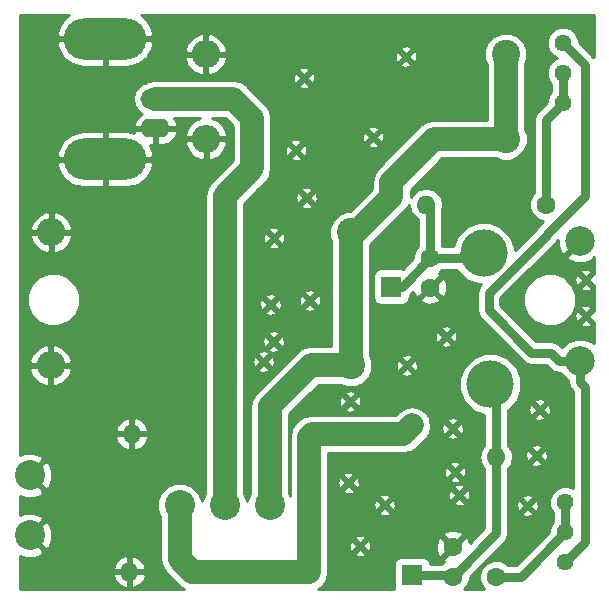
<source format=gtl>
%FSLAX46Y46*%
G04 Gerber Fmt 4.6, Leading zero omitted, Abs format (unit mm)*
G04 Created by KiCad (PCBNEW 4.0.7) date 07/24/18 01:41:51*
%MOMM*%
%LPD*%
G01*
G04 APERTURE LIST*
%ADD10C,0.100000*%
%ADD11C,0.600000*%
%ADD12C,1.600000*%
%ADD13R,1.800000X1.800000*%
%ADD14O,1.800000X1.800000*%
%ADD15O,7.000240X3.500120*%
%ADD16O,2.499360X1.600200*%
%ADD17C,2.499360*%
%ADD18C,2.400000*%
%ADD19O,2.400000X2.400000*%
%ADD20O,1.600000X1.600000*%
%ADD21C,1.440000*%
%ADD22C,4.000500*%
%ADD23C,2.540000*%
%ADD24C,0.750000*%
%ADD25C,2.000000*%
%ADD26C,0.254000*%
G04 APERTURE END LIST*
D10*
D11*
X156800000Y-109285000D03*
X156800000Y-112345000D03*
X151865000Y-128400000D03*
X152630000Y-124160000D03*
X152910000Y-120270000D03*
X145540000Y-121865000D03*
X145750000Y-125550000D03*
X146095000Y-127495000D03*
X139770000Y-128330000D03*
X137685000Y-131805000D03*
X136715000Y-126455000D03*
X136855000Y-119575000D03*
X144985000Y-114080000D03*
X141650000Y-116515000D03*
X141580000Y-90380000D03*
X132960000Y-92190000D03*
X138800000Y-97195000D03*
X132265000Y-98305000D03*
X133170000Y-102335000D03*
X130390000Y-105740000D03*
X133445000Y-111025000D03*
X130110000Y-111370000D03*
X129525000Y-116205000D03*
D12*
X143640000Y-107430000D03*
X143640000Y-109930000D03*
X145555000Y-134405000D03*
X145555000Y-131905000D03*
D13*
X140355000Y-109855000D03*
D14*
X140355000Y-102235000D03*
D13*
X142090000Y-134305000D03*
D14*
X142090000Y-121605000D03*
D15*
X116110000Y-99058100D03*
X116110000Y-88860000D03*
D16*
X120374660Y-93960320D03*
X120374660Y-96459680D03*
D17*
X156320000Y-116150000D03*
X156320000Y-105990000D03*
D18*
X136900000Y-116510000D03*
D19*
X111500000Y-116510000D03*
D18*
X136940000Y-105255000D03*
D19*
X111540000Y-105255000D03*
D18*
X150040000Y-90175000D03*
D19*
X124640000Y-90175000D03*
D18*
X150060000Y-97350000D03*
D19*
X124660000Y-97350000D03*
D12*
X153455000Y-102900000D03*
D20*
X143295000Y-102900000D03*
D12*
X149225000Y-134430000D03*
D20*
X149225000Y-124270000D03*
D21*
X154870000Y-89210000D03*
X154870000Y-91750000D03*
X154870000Y-94290000D03*
X155070000Y-133200000D03*
X155070000Y-130660000D03*
X155070000Y-128120000D03*
D22*
X148180000Y-107030000D03*
X148720000Y-118120000D03*
D23*
X109715000Y-125825000D03*
X109715000Y-130905000D03*
X122415000Y-128365000D03*
X126225000Y-128365000D03*
X130035000Y-128365000D03*
D12*
X133390000Y-134005000D03*
D20*
X118150000Y-134005000D03*
D12*
X133615000Y-122325000D03*
D20*
X118375000Y-122325000D03*
D11*
X130380000Y-114500000D03*
D24*
X143640000Y-107430000D02*
X147780000Y-107430000D01*
X147780000Y-107430000D02*
X148180000Y-107030000D01*
X143640000Y-107430000D02*
X143640000Y-103245000D01*
X143640000Y-103245000D02*
X143295000Y-102900000D01*
X140355000Y-109855000D02*
X141215000Y-109855000D01*
X141215000Y-109855000D02*
X143640000Y-107430000D01*
X149225000Y-124270000D02*
X149225000Y-118625000D01*
X149225000Y-118625000D02*
X148720000Y-118120000D01*
X145555000Y-134405000D02*
X149225000Y-130735000D01*
X149225000Y-130735000D02*
X149225000Y-124270000D01*
X142090000Y-134305000D02*
X145455000Y-134305000D01*
X145455000Y-134305000D02*
X145555000Y-134405000D01*
X156770000Y-131500000D02*
X156770000Y-118367314D01*
X156770000Y-118367314D02*
X156320000Y-117917314D01*
X156320000Y-117917314D02*
X156320000Y-116150000D01*
X155070000Y-133200000D02*
X156770000Y-131500000D01*
X148580000Y-110415000D02*
X153505000Y-105490000D01*
X153505000Y-105490000D02*
X153505000Y-105425000D01*
X148580000Y-111820000D02*
X148580000Y-110415000D01*
X152210000Y-115450000D02*
X148580000Y-111820000D01*
X153852686Y-115450000D02*
X152210000Y-115450000D01*
X156320000Y-116150000D02*
X154552686Y-116150000D01*
X154552686Y-116150000D02*
X153852686Y-115450000D01*
X156750000Y-102180000D02*
X153505000Y-105425000D01*
X154870000Y-89210000D02*
X156750000Y-91090000D01*
X156750000Y-91090000D02*
X156750000Y-102180000D01*
X154870000Y-94290000D02*
X154870000Y-91750000D01*
X153455000Y-102900000D02*
X153455000Y-95705000D01*
X153455000Y-95705000D02*
X154870000Y-94290000D01*
X155070000Y-130660000D02*
X155070000Y-128120000D01*
X149225000Y-134430000D02*
X151300000Y-134430000D01*
X151300000Y-134430000D02*
X155070000Y-130660000D01*
D25*
X130035000Y-128365000D02*
X130035000Y-119990000D01*
X130035000Y-119990000D02*
X133515000Y-116510000D01*
X133515000Y-116510000D02*
X136900000Y-116510000D01*
X150060000Y-97350000D02*
X150060000Y-90195000D01*
X150060000Y-90195000D02*
X150040000Y-90175000D01*
X140355000Y-102235000D02*
X140355000Y-100962208D01*
X140355000Y-100962208D02*
X143967208Y-97350000D01*
X143967208Y-97350000D02*
X148362944Y-97350000D01*
X148362944Y-97350000D02*
X150060000Y-97350000D01*
X136940000Y-105255000D02*
X137335000Y-105255000D01*
X137335000Y-105255000D02*
X140355000Y-102235000D01*
X136900000Y-116510000D02*
X136900000Y-105295000D01*
X136900000Y-105295000D02*
X136940000Y-105255000D01*
X133390000Y-134005000D02*
X123500000Y-134005000D01*
X123500000Y-134005000D02*
X122415000Y-132920000D01*
X122415000Y-132920000D02*
X122415000Y-128365000D01*
X133615000Y-122325000D02*
X141370000Y-122325000D01*
X141370000Y-122325000D02*
X142090000Y-121605000D01*
X133390000Y-134005000D02*
X133390000Y-122550000D01*
X133390000Y-122550000D02*
X133615000Y-122325000D01*
X126225000Y-128365000D02*
X126225000Y-102170000D01*
X126225000Y-102170000D02*
X128560000Y-99835000D01*
X128560000Y-99835000D02*
X128560000Y-95590000D01*
X128560000Y-95590000D02*
X126930320Y-93960320D01*
X126930320Y-93960320D02*
X120374660Y-93960320D01*
D26*
G36*
X141941120Y-103449151D02*
X142252189Y-103914698D01*
X142630000Y-104167144D01*
X142630000Y-106410612D01*
X142424176Y-106616077D01*
X142205250Y-107143309D01*
X142204994Y-107436650D01*
X141320766Y-108320878D01*
X141255000Y-108307560D01*
X139455000Y-108307560D01*
X139219683Y-108351838D01*
X139003559Y-108490910D01*
X138858569Y-108703110D01*
X138807560Y-108955000D01*
X138807560Y-110755000D01*
X138851838Y-110990317D01*
X138990910Y-111206441D01*
X139203110Y-111351431D01*
X139455000Y-111402440D01*
X141255000Y-111402440D01*
X141490317Y-111358162D01*
X141706441Y-111219090D01*
X141851431Y-111006890D01*
X141865433Y-110937745D01*
X142811861Y-110937745D01*
X142885995Y-111183864D01*
X143423223Y-111376965D01*
X143993454Y-111349778D01*
X144394005Y-111183864D01*
X144468139Y-110937745D01*
X143640000Y-110109605D01*
X142811861Y-110937745D01*
X141865433Y-110937745D01*
X141902440Y-110755000D01*
X141902440Y-110587044D01*
X141929178Y-110569178D01*
X142219980Y-110278376D01*
X142220222Y-110283454D01*
X142386136Y-110684005D01*
X142632255Y-110758139D01*
X143460395Y-109930000D01*
X143819605Y-109930000D01*
X144647745Y-110758139D01*
X144893864Y-110684005D01*
X145086965Y-110146777D01*
X145059778Y-109576546D01*
X144893864Y-109175995D01*
X144647745Y-109101861D01*
X143819605Y-109930000D01*
X143460395Y-109930000D01*
X143446252Y-109915858D01*
X143625858Y-109736252D01*
X143640000Y-109750395D01*
X144468139Y-108922255D01*
X144394005Y-108676136D01*
X144387517Y-108673804D01*
X144451800Y-108647243D01*
X144659405Y-108440000D01*
X145911255Y-108440000D01*
X145944641Y-108520799D01*
X146685302Y-109262754D01*
X147653517Y-109664792D01*
X147901635Y-109665009D01*
X147865822Y-109700822D01*
X147646882Y-110028490D01*
X147570000Y-110415000D01*
X147570000Y-111820000D01*
X147646882Y-112206510D01*
X147865822Y-112534178D01*
X151495822Y-116164178D01*
X151823490Y-116383118D01*
X152210000Y-116460000D01*
X153434330Y-116460000D01*
X153838506Y-116864175D01*
X153838508Y-116864178D01*
X153993301Y-116967607D01*
X154166175Y-117083118D01*
X154552686Y-117160000D01*
X154698096Y-117160000D01*
X154721314Y-117216191D01*
X155251021Y-117746822D01*
X155310000Y-117771312D01*
X155310000Y-117917314D01*
X155386882Y-118303824D01*
X155605822Y-118631492D01*
X155760000Y-118785670D01*
X155760000Y-126939341D01*
X155340709Y-126765236D01*
X154801656Y-126764765D01*
X154303457Y-126970617D01*
X153921957Y-127351452D01*
X153715236Y-127849291D01*
X153714765Y-128388344D01*
X153920617Y-128886543D01*
X154060000Y-129026169D01*
X154060000Y-129753650D01*
X153921957Y-129891452D01*
X153715236Y-130389291D01*
X153715064Y-130586580D01*
X150881644Y-133420000D01*
X150244388Y-133420000D01*
X150038923Y-133214176D01*
X149511691Y-132995250D01*
X148940813Y-132994752D01*
X148413200Y-133212757D01*
X148009176Y-133616077D01*
X147790250Y-134143309D01*
X147789752Y-134714187D01*
X148007757Y-135241800D01*
X148225577Y-135460000D01*
X146529326Y-135460000D01*
X146770824Y-135218923D01*
X146989750Y-134691691D01*
X146990006Y-134398350D01*
X149939178Y-131449178D01*
X150158118Y-131121510D01*
X150235000Y-130735000D01*
X150235000Y-129044424D01*
X151400181Y-129044424D01*
X151412393Y-129239025D01*
X151767927Y-129348363D01*
X152138239Y-129313322D01*
X152317607Y-129239025D01*
X152329819Y-129044424D01*
X151865000Y-128579605D01*
X151400181Y-129044424D01*
X150235000Y-129044424D01*
X150235000Y-128302927D01*
X150916637Y-128302927D01*
X150951678Y-128673239D01*
X151025975Y-128852607D01*
X151220576Y-128864819D01*
X151685395Y-128400000D01*
X152044605Y-128400000D01*
X152509424Y-128864819D01*
X152704025Y-128852607D01*
X152813363Y-128497073D01*
X152778322Y-128126761D01*
X152704025Y-127947393D01*
X152509424Y-127935181D01*
X152044605Y-128400000D01*
X151685395Y-128400000D01*
X151220576Y-127935181D01*
X151025975Y-127947393D01*
X150916637Y-128302927D01*
X150235000Y-128302927D01*
X150235000Y-127755576D01*
X151400181Y-127755576D01*
X151865000Y-128220395D01*
X152329819Y-127755576D01*
X152317607Y-127560975D01*
X151962073Y-127451637D01*
X151591761Y-127486678D01*
X151412393Y-127560975D01*
X151400181Y-127755576D01*
X150235000Y-127755576D01*
X150235000Y-125315950D01*
X150239698Y-125312811D01*
X150550767Y-124847264D01*
X150559288Y-124804424D01*
X152165181Y-124804424D01*
X152177393Y-124999025D01*
X152532927Y-125108363D01*
X152903239Y-125073322D01*
X153082607Y-124999025D01*
X153094819Y-124804424D01*
X152630000Y-124339605D01*
X152165181Y-124804424D01*
X150559288Y-124804424D01*
X150660000Y-124298113D01*
X150660000Y-124241887D01*
X150624403Y-124062927D01*
X151681637Y-124062927D01*
X151716678Y-124433239D01*
X151790975Y-124612607D01*
X151985576Y-124624819D01*
X152450395Y-124160000D01*
X152809605Y-124160000D01*
X153274424Y-124624819D01*
X153469025Y-124612607D01*
X153578363Y-124257073D01*
X153543322Y-123886761D01*
X153469025Y-123707393D01*
X153274424Y-123695181D01*
X152809605Y-124160000D01*
X152450395Y-124160000D01*
X151985576Y-123695181D01*
X151790975Y-123707393D01*
X151681637Y-124062927D01*
X150624403Y-124062927D01*
X150550767Y-123692736D01*
X150432393Y-123515576D01*
X152165181Y-123515576D01*
X152630000Y-123980395D01*
X153094819Y-123515576D01*
X153082607Y-123320975D01*
X152727073Y-123211637D01*
X152356761Y-123246678D01*
X152177393Y-123320975D01*
X152165181Y-123515576D01*
X150432393Y-123515576D01*
X150239698Y-123227189D01*
X150235000Y-123224050D01*
X150235000Y-120914424D01*
X152445181Y-120914424D01*
X152457393Y-121109025D01*
X152812927Y-121218363D01*
X153183239Y-121183322D01*
X153362607Y-121109025D01*
X153374819Y-120914424D01*
X152910000Y-120449605D01*
X152445181Y-120914424D01*
X150235000Y-120914424D01*
X150235000Y-120331200D01*
X150393549Y-120172927D01*
X151961637Y-120172927D01*
X151996678Y-120543239D01*
X152070975Y-120722607D01*
X152265576Y-120734819D01*
X152730395Y-120270000D01*
X153089605Y-120270000D01*
X153554424Y-120734819D01*
X153749025Y-120722607D01*
X153858363Y-120367073D01*
X153823322Y-119996761D01*
X153749025Y-119817393D01*
X153554424Y-119805181D01*
X153089605Y-120270000D01*
X152730395Y-120270000D01*
X152265576Y-119805181D01*
X152070975Y-119817393D01*
X151961637Y-120172927D01*
X150393549Y-120172927D01*
X150941856Y-119625576D01*
X152445181Y-119625576D01*
X152910000Y-120090395D01*
X153374819Y-119625576D01*
X153362607Y-119430975D01*
X153007073Y-119321637D01*
X152636761Y-119356678D01*
X152457393Y-119430975D01*
X152445181Y-119625576D01*
X150941856Y-119625576D01*
X150952754Y-119614698D01*
X151354792Y-118646483D01*
X151355707Y-117598116D01*
X150955359Y-116629201D01*
X150214698Y-115887246D01*
X149246483Y-115485208D01*
X148198116Y-115484293D01*
X147229201Y-115884641D01*
X146487246Y-116625302D01*
X146085208Y-117593517D01*
X146084293Y-118641884D01*
X146484641Y-119610799D01*
X147225302Y-120352754D01*
X148193517Y-120754792D01*
X148215000Y-120754811D01*
X148215000Y-123224050D01*
X148210302Y-123227189D01*
X147899233Y-123692736D01*
X147790000Y-124241887D01*
X147790000Y-124298113D01*
X147899233Y-124847264D01*
X148210302Y-125312811D01*
X148215000Y-125315950D01*
X148215000Y-130316644D01*
X146975020Y-131556624D01*
X146974778Y-131551546D01*
X146808864Y-131150995D01*
X146562745Y-131076861D01*
X145734605Y-131905000D01*
X145748748Y-131919142D01*
X145569142Y-132098748D01*
X145555000Y-132084605D01*
X144726861Y-132912745D01*
X144800995Y-133158864D01*
X144807483Y-133161196D01*
X144743200Y-133187757D01*
X144635770Y-133295000D01*
X143616742Y-133295000D01*
X143593162Y-133169683D01*
X143454090Y-132953559D01*
X143241890Y-132808569D01*
X142990000Y-132757560D01*
X141190000Y-132757560D01*
X140954683Y-132801838D01*
X140738559Y-132940910D01*
X140593569Y-133153110D01*
X140542560Y-133405000D01*
X140542560Y-135205000D01*
X140586838Y-135440317D01*
X140599504Y-135460000D01*
X134098813Y-135460000D01*
X134546120Y-135161120D01*
X134900543Y-134630687D01*
X135025000Y-134005000D01*
X135025000Y-132449424D01*
X137220181Y-132449424D01*
X137232393Y-132644025D01*
X137587927Y-132753363D01*
X137958239Y-132718322D01*
X138137607Y-132644025D01*
X138149819Y-132449424D01*
X137685000Y-131984605D01*
X137220181Y-132449424D01*
X135025000Y-132449424D01*
X135025000Y-131707927D01*
X136736637Y-131707927D01*
X136771678Y-132078239D01*
X136845975Y-132257607D01*
X137040576Y-132269819D01*
X137505395Y-131805000D01*
X137864605Y-131805000D01*
X138329424Y-132269819D01*
X138524025Y-132257607D01*
X138633363Y-131902073D01*
X138613128Y-131688223D01*
X144108035Y-131688223D01*
X144135222Y-132258454D01*
X144301136Y-132659005D01*
X144547255Y-132733139D01*
X145375395Y-131905000D01*
X144547255Y-131076861D01*
X144301136Y-131150995D01*
X144108035Y-131688223D01*
X138613128Y-131688223D01*
X138598322Y-131531761D01*
X138524025Y-131352393D01*
X138329424Y-131340181D01*
X137864605Y-131805000D01*
X137505395Y-131805000D01*
X137040576Y-131340181D01*
X136845975Y-131352393D01*
X136736637Y-131707927D01*
X135025000Y-131707927D01*
X135025000Y-131160576D01*
X137220181Y-131160576D01*
X137685000Y-131625395D01*
X138149819Y-131160576D01*
X138137607Y-130965975D01*
X137914151Y-130897255D01*
X144726861Y-130897255D01*
X145555000Y-131725395D01*
X146383139Y-130897255D01*
X146309005Y-130651136D01*
X145771777Y-130458035D01*
X145201546Y-130485222D01*
X144800995Y-130651136D01*
X144726861Y-130897255D01*
X137914151Y-130897255D01*
X137782073Y-130856637D01*
X137411761Y-130891678D01*
X137232393Y-130965975D01*
X137220181Y-131160576D01*
X135025000Y-131160576D01*
X135025000Y-128974424D01*
X139305181Y-128974424D01*
X139317393Y-129169025D01*
X139672927Y-129278363D01*
X140043239Y-129243322D01*
X140222607Y-129169025D01*
X140234819Y-128974424D01*
X139770000Y-128509605D01*
X139305181Y-128974424D01*
X135025000Y-128974424D01*
X135025000Y-128232927D01*
X138821637Y-128232927D01*
X138856678Y-128603239D01*
X138930975Y-128782607D01*
X139125576Y-128794819D01*
X139590395Y-128330000D01*
X139949605Y-128330000D01*
X140414424Y-128794819D01*
X140609025Y-128782607D01*
X140718363Y-128427073D01*
X140691145Y-128139424D01*
X145630181Y-128139424D01*
X145642393Y-128334025D01*
X145997927Y-128443363D01*
X146368239Y-128408322D01*
X146547607Y-128334025D01*
X146559819Y-128139424D01*
X146095000Y-127674605D01*
X145630181Y-128139424D01*
X140691145Y-128139424D01*
X140683322Y-128056761D01*
X140609025Y-127877393D01*
X140414424Y-127865181D01*
X139949605Y-128330000D01*
X139590395Y-128330000D01*
X139125576Y-127865181D01*
X138930975Y-127877393D01*
X138821637Y-128232927D01*
X135025000Y-128232927D01*
X135025000Y-127685576D01*
X139305181Y-127685576D01*
X139770000Y-128150395D01*
X140234819Y-127685576D01*
X140222607Y-127490975D01*
X139920044Y-127397927D01*
X145146637Y-127397927D01*
X145181678Y-127768239D01*
X145255975Y-127947607D01*
X145450576Y-127959819D01*
X145915395Y-127495000D01*
X146274605Y-127495000D01*
X146739424Y-127959819D01*
X146934025Y-127947607D01*
X147043363Y-127592073D01*
X147008322Y-127221761D01*
X146934025Y-127042393D01*
X146739424Y-127030181D01*
X146274605Y-127495000D01*
X145915395Y-127495000D01*
X145450576Y-127030181D01*
X145255975Y-127042393D01*
X145146637Y-127397927D01*
X139920044Y-127397927D01*
X139867073Y-127381637D01*
X139496761Y-127416678D01*
X139317393Y-127490975D01*
X139305181Y-127685576D01*
X135025000Y-127685576D01*
X135025000Y-127099424D01*
X136250181Y-127099424D01*
X136262393Y-127294025D01*
X136617927Y-127403363D01*
X136988239Y-127368322D01*
X137167607Y-127294025D01*
X137179819Y-127099424D01*
X136715000Y-126634605D01*
X136250181Y-127099424D01*
X135025000Y-127099424D01*
X135025000Y-126357927D01*
X135766637Y-126357927D01*
X135801678Y-126728239D01*
X135875975Y-126907607D01*
X136070576Y-126919819D01*
X136535395Y-126455000D01*
X136894605Y-126455000D01*
X137359424Y-126919819D01*
X137554025Y-126907607D01*
X137571563Y-126850576D01*
X145630181Y-126850576D01*
X146095000Y-127315395D01*
X146559819Y-126850576D01*
X146547607Y-126655975D01*
X146192073Y-126546637D01*
X145821761Y-126581678D01*
X145642393Y-126655975D01*
X145630181Y-126850576D01*
X137571563Y-126850576D01*
X137663363Y-126552073D01*
X137629521Y-126194424D01*
X145285181Y-126194424D01*
X145297393Y-126389025D01*
X145652927Y-126498363D01*
X146023239Y-126463322D01*
X146202607Y-126389025D01*
X146214819Y-126194424D01*
X145750000Y-125729605D01*
X145285181Y-126194424D01*
X137629521Y-126194424D01*
X137628322Y-126181761D01*
X137554025Y-126002393D01*
X137359424Y-125990181D01*
X136894605Y-126455000D01*
X136535395Y-126455000D01*
X136070576Y-125990181D01*
X135875975Y-126002393D01*
X135766637Y-126357927D01*
X135025000Y-126357927D01*
X135025000Y-125810576D01*
X136250181Y-125810576D01*
X136715000Y-126275395D01*
X137179819Y-125810576D01*
X137167607Y-125615975D01*
X136812073Y-125506637D01*
X136441761Y-125541678D01*
X136262393Y-125615975D01*
X136250181Y-125810576D01*
X135025000Y-125810576D01*
X135025000Y-125452927D01*
X144801637Y-125452927D01*
X144836678Y-125823239D01*
X144910975Y-126002607D01*
X145105576Y-126014819D01*
X145570395Y-125550000D01*
X145929605Y-125550000D01*
X146394424Y-126014819D01*
X146589025Y-126002607D01*
X146698363Y-125647073D01*
X146663322Y-125276761D01*
X146589025Y-125097393D01*
X146394424Y-125085181D01*
X145929605Y-125550000D01*
X145570395Y-125550000D01*
X145105576Y-125085181D01*
X144910975Y-125097393D01*
X144801637Y-125452927D01*
X135025000Y-125452927D01*
X135025000Y-124905576D01*
X145285181Y-124905576D01*
X145750000Y-125370395D01*
X146214819Y-124905576D01*
X146202607Y-124710975D01*
X145847073Y-124601637D01*
X145476761Y-124636678D01*
X145297393Y-124710975D01*
X145285181Y-124905576D01*
X135025000Y-124905576D01*
X135025000Y-123960000D01*
X141369995Y-123960000D01*
X141370000Y-123960001D01*
X141995688Y-123835543D01*
X142526120Y-123481120D01*
X143246120Y-122761119D01*
X143414297Y-122509424D01*
X145075181Y-122509424D01*
X145087393Y-122704025D01*
X145442927Y-122813363D01*
X145813239Y-122778322D01*
X145992607Y-122704025D01*
X146004819Y-122509424D01*
X145540000Y-122044605D01*
X145075181Y-122509424D01*
X143414297Y-122509424D01*
X143600543Y-122230688D01*
X143692592Y-121767927D01*
X144591637Y-121767927D01*
X144626678Y-122138239D01*
X144700975Y-122317607D01*
X144895576Y-122329819D01*
X145360395Y-121865000D01*
X145719605Y-121865000D01*
X146184424Y-122329819D01*
X146379025Y-122317607D01*
X146488363Y-121962073D01*
X146453322Y-121591761D01*
X146379025Y-121412393D01*
X146184424Y-121400181D01*
X145719605Y-121865000D01*
X145360395Y-121865000D01*
X144895576Y-121400181D01*
X144700975Y-121412393D01*
X144591637Y-121767927D01*
X143692592Y-121767927D01*
X143725001Y-121605000D01*
X143648534Y-121220576D01*
X145075181Y-121220576D01*
X145540000Y-121685395D01*
X146004819Y-121220576D01*
X145992607Y-121025975D01*
X145637073Y-120916637D01*
X145266761Y-120951678D01*
X145087393Y-121025975D01*
X145075181Y-121220576D01*
X143648534Y-121220576D01*
X143600543Y-120979312D01*
X143246120Y-120448880D01*
X142715688Y-120094457D01*
X142090000Y-119969999D01*
X141464312Y-120094457D01*
X140933881Y-120448880D01*
X140692761Y-120690000D01*
X133615005Y-120690000D01*
X133615000Y-120689999D01*
X132989312Y-120814457D01*
X132458880Y-121168880D01*
X132233880Y-121393880D01*
X131879457Y-121924312D01*
X131754999Y-122550000D01*
X131755000Y-122550005D01*
X131755000Y-127539202D01*
X131670000Y-127333486D01*
X131670000Y-120667240D01*
X132117815Y-120219424D01*
X136390181Y-120219424D01*
X136402393Y-120414025D01*
X136757927Y-120523363D01*
X137128239Y-120488322D01*
X137307607Y-120414025D01*
X137319819Y-120219424D01*
X136855000Y-119754605D01*
X136390181Y-120219424D01*
X132117815Y-120219424D01*
X132859312Y-119477927D01*
X135906637Y-119477927D01*
X135941678Y-119848239D01*
X136015975Y-120027607D01*
X136210576Y-120039819D01*
X136675395Y-119575000D01*
X137034605Y-119575000D01*
X137499424Y-120039819D01*
X137694025Y-120027607D01*
X137803363Y-119672073D01*
X137768322Y-119301761D01*
X137694025Y-119122393D01*
X137499424Y-119110181D01*
X137034605Y-119575000D01*
X136675395Y-119575000D01*
X136210576Y-119110181D01*
X136015975Y-119122393D01*
X135906637Y-119477927D01*
X132859312Y-119477927D01*
X133406663Y-118930576D01*
X136390181Y-118930576D01*
X136855000Y-119395395D01*
X137319819Y-118930576D01*
X137307607Y-118735975D01*
X136952073Y-118626637D01*
X136581761Y-118661678D01*
X136402393Y-118735975D01*
X136390181Y-118930576D01*
X133406663Y-118930576D01*
X134192239Y-118145000D01*
X136052510Y-118145000D01*
X136533395Y-118344681D01*
X137263403Y-118345318D01*
X137938086Y-118066545D01*
X138454730Y-117550801D01*
X138617244Y-117159424D01*
X141185181Y-117159424D01*
X141197393Y-117354025D01*
X141552927Y-117463363D01*
X141923239Y-117428322D01*
X142102607Y-117354025D01*
X142114819Y-117159424D01*
X141650000Y-116694605D01*
X141185181Y-117159424D01*
X138617244Y-117159424D01*
X138734681Y-116876605D01*
X138735081Y-116417927D01*
X140701637Y-116417927D01*
X140736678Y-116788239D01*
X140810975Y-116967607D01*
X141005576Y-116979819D01*
X141470395Y-116515000D01*
X141829605Y-116515000D01*
X142294424Y-116979819D01*
X142489025Y-116967607D01*
X142598363Y-116612073D01*
X142563322Y-116241761D01*
X142489025Y-116062393D01*
X142294424Y-116050181D01*
X141829605Y-116515000D01*
X141470395Y-116515000D01*
X141005576Y-116050181D01*
X140810975Y-116062393D01*
X140701637Y-116417927D01*
X138735081Y-116417927D01*
X138735318Y-116146597D01*
X138621269Y-115870576D01*
X141185181Y-115870576D01*
X141650000Y-116335395D01*
X142114819Y-115870576D01*
X142102607Y-115675975D01*
X141747073Y-115566637D01*
X141376761Y-115601678D01*
X141197393Y-115675975D01*
X141185181Y-115870576D01*
X138621269Y-115870576D01*
X138535000Y-115661790D01*
X138535000Y-114724424D01*
X144520181Y-114724424D01*
X144532393Y-114919025D01*
X144887927Y-115028363D01*
X145258239Y-114993322D01*
X145437607Y-114919025D01*
X145449819Y-114724424D01*
X144985000Y-114259605D01*
X144520181Y-114724424D01*
X138535000Y-114724424D01*
X138535000Y-113982927D01*
X144036637Y-113982927D01*
X144071678Y-114353239D01*
X144145975Y-114532607D01*
X144340576Y-114544819D01*
X144805395Y-114080000D01*
X145164605Y-114080000D01*
X145629424Y-114544819D01*
X145824025Y-114532607D01*
X145933363Y-114177073D01*
X145898322Y-113806761D01*
X145824025Y-113627393D01*
X145629424Y-113615181D01*
X145164605Y-114080000D01*
X144805395Y-114080000D01*
X144340576Y-113615181D01*
X144145975Y-113627393D01*
X144036637Y-113982927D01*
X138535000Y-113982927D01*
X138535000Y-113435576D01*
X144520181Y-113435576D01*
X144985000Y-113900395D01*
X145449819Y-113435576D01*
X145437607Y-113240975D01*
X145082073Y-113131637D01*
X144711761Y-113166678D01*
X144532393Y-113240975D01*
X144520181Y-113435576D01*
X138535000Y-113435576D01*
X138535000Y-106367240D01*
X141511120Y-103391120D01*
X141833582Y-102908521D01*
X141941120Y-103449151D01*
X141941120Y-103449151D01*
G37*
X141941120Y-103449151D02*
X142252189Y-103914698D01*
X142630000Y-104167144D01*
X142630000Y-106410612D01*
X142424176Y-106616077D01*
X142205250Y-107143309D01*
X142204994Y-107436650D01*
X141320766Y-108320878D01*
X141255000Y-108307560D01*
X139455000Y-108307560D01*
X139219683Y-108351838D01*
X139003559Y-108490910D01*
X138858569Y-108703110D01*
X138807560Y-108955000D01*
X138807560Y-110755000D01*
X138851838Y-110990317D01*
X138990910Y-111206441D01*
X139203110Y-111351431D01*
X139455000Y-111402440D01*
X141255000Y-111402440D01*
X141490317Y-111358162D01*
X141706441Y-111219090D01*
X141851431Y-111006890D01*
X141865433Y-110937745D01*
X142811861Y-110937745D01*
X142885995Y-111183864D01*
X143423223Y-111376965D01*
X143993454Y-111349778D01*
X144394005Y-111183864D01*
X144468139Y-110937745D01*
X143640000Y-110109605D01*
X142811861Y-110937745D01*
X141865433Y-110937745D01*
X141902440Y-110755000D01*
X141902440Y-110587044D01*
X141929178Y-110569178D01*
X142219980Y-110278376D01*
X142220222Y-110283454D01*
X142386136Y-110684005D01*
X142632255Y-110758139D01*
X143460395Y-109930000D01*
X143819605Y-109930000D01*
X144647745Y-110758139D01*
X144893864Y-110684005D01*
X145086965Y-110146777D01*
X145059778Y-109576546D01*
X144893864Y-109175995D01*
X144647745Y-109101861D01*
X143819605Y-109930000D01*
X143460395Y-109930000D01*
X143446252Y-109915858D01*
X143625858Y-109736252D01*
X143640000Y-109750395D01*
X144468139Y-108922255D01*
X144394005Y-108676136D01*
X144387517Y-108673804D01*
X144451800Y-108647243D01*
X144659405Y-108440000D01*
X145911255Y-108440000D01*
X145944641Y-108520799D01*
X146685302Y-109262754D01*
X147653517Y-109664792D01*
X147901635Y-109665009D01*
X147865822Y-109700822D01*
X147646882Y-110028490D01*
X147570000Y-110415000D01*
X147570000Y-111820000D01*
X147646882Y-112206510D01*
X147865822Y-112534178D01*
X151495822Y-116164178D01*
X151823490Y-116383118D01*
X152210000Y-116460000D01*
X153434330Y-116460000D01*
X153838506Y-116864175D01*
X153838508Y-116864178D01*
X153993301Y-116967607D01*
X154166175Y-117083118D01*
X154552686Y-117160000D01*
X154698096Y-117160000D01*
X154721314Y-117216191D01*
X155251021Y-117746822D01*
X155310000Y-117771312D01*
X155310000Y-117917314D01*
X155386882Y-118303824D01*
X155605822Y-118631492D01*
X155760000Y-118785670D01*
X155760000Y-126939341D01*
X155340709Y-126765236D01*
X154801656Y-126764765D01*
X154303457Y-126970617D01*
X153921957Y-127351452D01*
X153715236Y-127849291D01*
X153714765Y-128388344D01*
X153920617Y-128886543D01*
X154060000Y-129026169D01*
X154060000Y-129753650D01*
X153921957Y-129891452D01*
X153715236Y-130389291D01*
X153715064Y-130586580D01*
X150881644Y-133420000D01*
X150244388Y-133420000D01*
X150038923Y-133214176D01*
X149511691Y-132995250D01*
X148940813Y-132994752D01*
X148413200Y-133212757D01*
X148009176Y-133616077D01*
X147790250Y-134143309D01*
X147789752Y-134714187D01*
X148007757Y-135241800D01*
X148225577Y-135460000D01*
X146529326Y-135460000D01*
X146770824Y-135218923D01*
X146989750Y-134691691D01*
X146990006Y-134398350D01*
X149939178Y-131449178D01*
X150158118Y-131121510D01*
X150235000Y-130735000D01*
X150235000Y-129044424D01*
X151400181Y-129044424D01*
X151412393Y-129239025D01*
X151767927Y-129348363D01*
X152138239Y-129313322D01*
X152317607Y-129239025D01*
X152329819Y-129044424D01*
X151865000Y-128579605D01*
X151400181Y-129044424D01*
X150235000Y-129044424D01*
X150235000Y-128302927D01*
X150916637Y-128302927D01*
X150951678Y-128673239D01*
X151025975Y-128852607D01*
X151220576Y-128864819D01*
X151685395Y-128400000D01*
X152044605Y-128400000D01*
X152509424Y-128864819D01*
X152704025Y-128852607D01*
X152813363Y-128497073D01*
X152778322Y-128126761D01*
X152704025Y-127947393D01*
X152509424Y-127935181D01*
X152044605Y-128400000D01*
X151685395Y-128400000D01*
X151220576Y-127935181D01*
X151025975Y-127947393D01*
X150916637Y-128302927D01*
X150235000Y-128302927D01*
X150235000Y-127755576D01*
X151400181Y-127755576D01*
X151865000Y-128220395D01*
X152329819Y-127755576D01*
X152317607Y-127560975D01*
X151962073Y-127451637D01*
X151591761Y-127486678D01*
X151412393Y-127560975D01*
X151400181Y-127755576D01*
X150235000Y-127755576D01*
X150235000Y-125315950D01*
X150239698Y-125312811D01*
X150550767Y-124847264D01*
X150559288Y-124804424D01*
X152165181Y-124804424D01*
X152177393Y-124999025D01*
X152532927Y-125108363D01*
X152903239Y-125073322D01*
X153082607Y-124999025D01*
X153094819Y-124804424D01*
X152630000Y-124339605D01*
X152165181Y-124804424D01*
X150559288Y-124804424D01*
X150660000Y-124298113D01*
X150660000Y-124241887D01*
X150624403Y-124062927D01*
X151681637Y-124062927D01*
X151716678Y-124433239D01*
X151790975Y-124612607D01*
X151985576Y-124624819D01*
X152450395Y-124160000D01*
X152809605Y-124160000D01*
X153274424Y-124624819D01*
X153469025Y-124612607D01*
X153578363Y-124257073D01*
X153543322Y-123886761D01*
X153469025Y-123707393D01*
X153274424Y-123695181D01*
X152809605Y-124160000D01*
X152450395Y-124160000D01*
X151985576Y-123695181D01*
X151790975Y-123707393D01*
X151681637Y-124062927D01*
X150624403Y-124062927D01*
X150550767Y-123692736D01*
X150432393Y-123515576D01*
X152165181Y-123515576D01*
X152630000Y-123980395D01*
X153094819Y-123515576D01*
X153082607Y-123320975D01*
X152727073Y-123211637D01*
X152356761Y-123246678D01*
X152177393Y-123320975D01*
X152165181Y-123515576D01*
X150432393Y-123515576D01*
X150239698Y-123227189D01*
X150235000Y-123224050D01*
X150235000Y-120914424D01*
X152445181Y-120914424D01*
X152457393Y-121109025D01*
X152812927Y-121218363D01*
X153183239Y-121183322D01*
X153362607Y-121109025D01*
X153374819Y-120914424D01*
X152910000Y-120449605D01*
X152445181Y-120914424D01*
X150235000Y-120914424D01*
X150235000Y-120331200D01*
X150393549Y-120172927D01*
X151961637Y-120172927D01*
X151996678Y-120543239D01*
X152070975Y-120722607D01*
X152265576Y-120734819D01*
X152730395Y-120270000D01*
X153089605Y-120270000D01*
X153554424Y-120734819D01*
X153749025Y-120722607D01*
X153858363Y-120367073D01*
X153823322Y-119996761D01*
X153749025Y-119817393D01*
X153554424Y-119805181D01*
X153089605Y-120270000D01*
X152730395Y-120270000D01*
X152265576Y-119805181D01*
X152070975Y-119817393D01*
X151961637Y-120172927D01*
X150393549Y-120172927D01*
X150941856Y-119625576D01*
X152445181Y-119625576D01*
X152910000Y-120090395D01*
X153374819Y-119625576D01*
X153362607Y-119430975D01*
X153007073Y-119321637D01*
X152636761Y-119356678D01*
X152457393Y-119430975D01*
X152445181Y-119625576D01*
X150941856Y-119625576D01*
X150952754Y-119614698D01*
X151354792Y-118646483D01*
X151355707Y-117598116D01*
X150955359Y-116629201D01*
X150214698Y-115887246D01*
X149246483Y-115485208D01*
X148198116Y-115484293D01*
X147229201Y-115884641D01*
X146487246Y-116625302D01*
X146085208Y-117593517D01*
X146084293Y-118641884D01*
X146484641Y-119610799D01*
X147225302Y-120352754D01*
X148193517Y-120754792D01*
X148215000Y-120754811D01*
X148215000Y-123224050D01*
X148210302Y-123227189D01*
X147899233Y-123692736D01*
X147790000Y-124241887D01*
X147790000Y-124298113D01*
X147899233Y-124847264D01*
X148210302Y-125312811D01*
X148215000Y-125315950D01*
X148215000Y-130316644D01*
X146975020Y-131556624D01*
X146974778Y-131551546D01*
X146808864Y-131150995D01*
X146562745Y-131076861D01*
X145734605Y-131905000D01*
X145748748Y-131919142D01*
X145569142Y-132098748D01*
X145555000Y-132084605D01*
X144726861Y-132912745D01*
X144800995Y-133158864D01*
X144807483Y-133161196D01*
X144743200Y-133187757D01*
X144635770Y-133295000D01*
X143616742Y-133295000D01*
X143593162Y-133169683D01*
X143454090Y-132953559D01*
X143241890Y-132808569D01*
X142990000Y-132757560D01*
X141190000Y-132757560D01*
X140954683Y-132801838D01*
X140738559Y-132940910D01*
X140593569Y-133153110D01*
X140542560Y-133405000D01*
X140542560Y-135205000D01*
X140586838Y-135440317D01*
X140599504Y-135460000D01*
X134098813Y-135460000D01*
X134546120Y-135161120D01*
X134900543Y-134630687D01*
X135025000Y-134005000D01*
X135025000Y-132449424D01*
X137220181Y-132449424D01*
X137232393Y-132644025D01*
X137587927Y-132753363D01*
X137958239Y-132718322D01*
X138137607Y-132644025D01*
X138149819Y-132449424D01*
X137685000Y-131984605D01*
X137220181Y-132449424D01*
X135025000Y-132449424D01*
X135025000Y-131707927D01*
X136736637Y-131707927D01*
X136771678Y-132078239D01*
X136845975Y-132257607D01*
X137040576Y-132269819D01*
X137505395Y-131805000D01*
X137864605Y-131805000D01*
X138329424Y-132269819D01*
X138524025Y-132257607D01*
X138633363Y-131902073D01*
X138613128Y-131688223D01*
X144108035Y-131688223D01*
X144135222Y-132258454D01*
X144301136Y-132659005D01*
X144547255Y-132733139D01*
X145375395Y-131905000D01*
X144547255Y-131076861D01*
X144301136Y-131150995D01*
X144108035Y-131688223D01*
X138613128Y-131688223D01*
X138598322Y-131531761D01*
X138524025Y-131352393D01*
X138329424Y-131340181D01*
X137864605Y-131805000D01*
X137505395Y-131805000D01*
X137040576Y-131340181D01*
X136845975Y-131352393D01*
X136736637Y-131707927D01*
X135025000Y-131707927D01*
X135025000Y-131160576D01*
X137220181Y-131160576D01*
X137685000Y-131625395D01*
X138149819Y-131160576D01*
X138137607Y-130965975D01*
X137914151Y-130897255D01*
X144726861Y-130897255D01*
X145555000Y-131725395D01*
X146383139Y-130897255D01*
X146309005Y-130651136D01*
X145771777Y-130458035D01*
X145201546Y-130485222D01*
X144800995Y-130651136D01*
X144726861Y-130897255D01*
X137914151Y-130897255D01*
X137782073Y-130856637D01*
X137411761Y-130891678D01*
X137232393Y-130965975D01*
X137220181Y-131160576D01*
X135025000Y-131160576D01*
X135025000Y-128974424D01*
X139305181Y-128974424D01*
X139317393Y-129169025D01*
X139672927Y-129278363D01*
X140043239Y-129243322D01*
X140222607Y-129169025D01*
X140234819Y-128974424D01*
X139770000Y-128509605D01*
X139305181Y-128974424D01*
X135025000Y-128974424D01*
X135025000Y-128232927D01*
X138821637Y-128232927D01*
X138856678Y-128603239D01*
X138930975Y-128782607D01*
X139125576Y-128794819D01*
X139590395Y-128330000D01*
X139949605Y-128330000D01*
X140414424Y-128794819D01*
X140609025Y-128782607D01*
X140718363Y-128427073D01*
X140691145Y-128139424D01*
X145630181Y-128139424D01*
X145642393Y-128334025D01*
X145997927Y-128443363D01*
X146368239Y-128408322D01*
X146547607Y-128334025D01*
X146559819Y-128139424D01*
X146095000Y-127674605D01*
X145630181Y-128139424D01*
X140691145Y-128139424D01*
X140683322Y-128056761D01*
X140609025Y-127877393D01*
X140414424Y-127865181D01*
X139949605Y-128330000D01*
X139590395Y-128330000D01*
X139125576Y-127865181D01*
X138930975Y-127877393D01*
X138821637Y-128232927D01*
X135025000Y-128232927D01*
X135025000Y-127685576D01*
X139305181Y-127685576D01*
X139770000Y-128150395D01*
X140234819Y-127685576D01*
X140222607Y-127490975D01*
X139920044Y-127397927D01*
X145146637Y-127397927D01*
X145181678Y-127768239D01*
X145255975Y-127947607D01*
X145450576Y-127959819D01*
X145915395Y-127495000D01*
X146274605Y-127495000D01*
X146739424Y-127959819D01*
X146934025Y-127947607D01*
X147043363Y-127592073D01*
X147008322Y-127221761D01*
X146934025Y-127042393D01*
X146739424Y-127030181D01*
X146274605Y-127495000D01*
X145915395Y-127495000D01*
X145450576Y-127030181D01*
X145255975Y-127042393D01*
X145146637Y-127397927D01*
X139920044Y-127397927D01*
X139867073Y-127381637D01*
X139496761Y-127416678D01*
X139317393Y-127490975D01*
X139305181Y-127685576D01*
X135025000Y-127685576D01*
X135025000Y-127099424D01*
X136250181Y-127099424D01*
X136262393Y-127294025D01*
X136617927Y-127403363D01*
X136988239Y-127368322D01*
X137167607Y-127294025D01*
X137179819Y-127099424D01*
X136715000Y-126634605D01*
X136250181Y-127099424D01*
X135025000Y-127099424D01*
X135025000Y-126357927D01*
X135766637Y-126357927D01*
X135801678Y-126728239D01*
X135875975Y-126907607D01*
X136070576Y-126919819D01*
X136535395Y-126455000D01*
X136894605Y-126455000D01*
X137359424Y-126919819D01*
X137554025Y-126907607D01*
X137571563Y-126850576D01*
X145630181Y-126850576D01*
X146095000Y-127315395D01*
X146559819Y-126850576D01*
X146547607Y-126655975D01*
X146192073Y-126546637D01*
X145821761Y-126581678D01*
X145642393Y-126655975D01*
X145630181Y-126850576D01*
X137571563Y-126850576D01*
X137663363Y-126552073D01*
X137629521Y-126194424D01*
X145285181Y-126194424D01*
X145297393Y-126389025D01*
X145652927Y-126498363D01*
X146023239Y-126463322D01*
X146202607Y-126389025D01*
X146214819Y-126194424D01*
X145750000Y-125729605D01*
X145285181Y-126194424D01*
X137629521Y-126194424D01*
X137628322Y-126181761D01*
X137554025Y-126002393D01*
X137359424Y-125990181D01*
X136894605Y-126455000D01*
X136535395Y-126455000D01*
X136070576Y-125990181D01*
X135875975Y-126002393D01*
X135766637Y-126357927D01*
X135025000Y-126357927D01*
X135025000Y-125810576D01*
X136250181Y-125810576D01*
X136715000Y-126275395D01*
X137179819Y-125810576D01*
X137167607Y-125615975D01*
X136812073Y-125506637D01*
X136441761Y-125541678D01*
X136262393Y-125615975D01*
X136250181Y-125810576D01*
X135025000Y-125810576D01*
X135025000Y-125452927D01*
X144801637Y-125452927D01*
X144836678Y-125823239D01*
X144910975Y-126002607D01*
X145105576Y-126014819D01*
X145570395Y-125550000D01*
X145929605Y-125550000D01*
X146394424Y-126014819D01*
X146589025Y-126002607D01*
X146698363Y-125647073D01*
X146663322Y-125276761D01*
X146589025Y-125097393D01*
X146394424Y-125085181D01*
X145929605Y-125550000D01*
X145570395Y-125550000D01*
X145105576Y-125085181D01*
X144910975Y-125097393D01*
X144801637Y-125452927D01*
X135025000Y-125452927D01*
X135025000Y-124905576D01*
X145285181Y-124905576D01*
X145750000Y-125370395D01*
X146214819Y-124905576D01*
X146202607Y-124710975D01*
X145847073Y-124601637D01*
X145476761Y-124636678D01*
X145297393Y-124710975D01*
X145285181Y-124905576D01*
X135025000Y-124905576D01*
X135025000Y-123960000D01*
X141369995Y-123960000D01*
X141370000Y-123960001D01*
X141995688Y-123835543D01*
X142526120Y-123481120D01*
X143246120Y-122761119D01*
X143414297Y-122509424D01*
X145075181Y-122509424D01*
X145087393Y-122704025D01*
X145442927Y-122813363D01*
X145813239Y-122778322D01*
X145992607Y-122704025D01*
X146004819Y-122509424D01*
X145540000Y-122044605D01*
X145075181Y-122509424D01*
X143414297Y-122509424D01*
X143600543Y-122230688D01*
X143692592Y-121767927D01*
X144591637Y-121767927D01*
X144626678Y-122138239D01*
X144700975Y-122317607D01*
X144895576Y-122329819D01*
X145360395Y-121865000D01*
X145719605Y-121865000D01*
X146184424Y-122329819D01*
X146379025Y-122317607D01*
X146488363Y-121962073D01*
X146453322Y-121591761D01*
X146379025Y-121412393D01*
X146184424Y-121400181D01*
X145719605Y-121865000D01*
X145360395Y-121865000D01*
X144895576Y-121400181D01*
X144700975Y-121412393D01*
X144591637Y-121767927D01*
X143692592Y-121767927D01*
X143725001Y-121605000D01*
X143648534Y-121220576D01*
X145075181Y-121220576D01*
X145540000Y-121685395D01*
X146004819Y-121220576D01*
X145992607Y-121025975D01*
X145637073Y-120916637D01*
X145266761Y-120951678D01*
X145087393Y-121025975D01*
X145075181Y-121220576D01*
X143648534Y-121220576D01*
X143600543Y-120979312D01*
X143246120Y-120448880D01*
X142715688Y-120094457D01*
X142090000Y-119969999D01*
X141464312Y-120094457D01*
X140933881Y-120448880D01*
X140692761Y-120690000D01*
X133615005Y-120690000D01*
X133615000Y-120689999D01*
X132989312Y-120814457D01*
X132458880Y-121168880D01*
X132233880Y-121393880D01*
X131879457Y-121924312D01*
X131754999Y-122550000D01*
X131755000Y-122550005D01*
X131755000Y-127539202D01*
X131670000Y-127333486D01*
X131670000Y-120667240D01*
X132117815Y-120219424D01*
X136390181Y-120219424D01*
X136402393Y-120414025D01*
X136757927Y-120523363D01*
X137128239Y-120488322D01*
X137307607Y-120414025D01*
X137319819Y-120219424D01*
X136855000Y-119754605D01*
X136390181Y-120219424D01*
X132117815Y-120219424D01*
X132859312Y-119477927D01*
X135906637Y-119477927D01*
X135941678Y-119848239D01*
X136015975Y-120027607D01*
X136210576Y-120039819D01*
X136675395Y-119575000D01*
X137034605Y-119575000D01*
X137499424Y-120039819D01*
X137694025Y-120027607D01*
X137803363Y-119672073D01*
X137768322Y-119301761D01*
X137694025Y-119122393D01*
X137499424Y-119110181D01*
X137034605Y-119575000D01*
X136675395Y-119575000D01*
X136210576Y-119110181D01*
X136015975Y-119122393D01*
X135906637Y-119477927D01*
X132859312Y-119477927D01*
X133406663Y-118930576D01*
X136390181Y-118930576D01*
X136855000Y-119395395D01*
X137319819Y-118930576D01*
X137307607Y-118735975D01*
X136952073Y-118626637D01*
X136581761Y-118661678D01*
X136402393Y-118735975D01*
X136390181Y-118930576D01*
X133406663Y-118930576D01*
X134192239Y-118145000D01*
X136052510Y-118145000D01*
X136533395Y-118344681D01*
X137263403Y-118345318D01*
X137938086Y-118066545D01*
X138454730Y-117550801D01*
X138617244Y-117159424D01*
X141185181Y-117159424D01*
X141197393Y-117354025D01*
X141552927Y-117463363D01*
X141923239Y-117428322D01*
X142102607Y-117354025D01*
X142114819Y-117159424D01*
X141650000Y-116694605D01*
X141185181Y-117159424D01*
X138617244Y-117159424D01*
X138734681Y-116876605D01*
X138735081Y-116417927D01*
X140701637Y-116417927D01*
X140736678Y-116788239D01*
X140810975Y-116967607D01*
X141005576Y-116979819D01*
X141470395Y-116515000D01*
X141829605Y-116515000D01*
X142294424Y-116979819D01*
X142489025Y-116967607D01*
X142598363Y-116612073D01*
X142563322Y-116241761D01*
X142489025Y-116062393D01*
X142294424Y-116050181D01*
X141829605Y-116515000D01*
X141470395Y-116515000D01*
X141005576Y-116050181D01*
X140810975Y-116062393D01*
X140701637Y-116417927D01*
X138735081Y-116417927D01*
X138735318Y-116146597D01*
X138621269Y-115870576D01*
X141185181Y-115870576D01*
X141650000Y-116335395D01*
X142114819Y-115870576D01*
X142102607Y-115675975D01*
X141747073Y-115566637D01*
X141376761Y-115601678D01*
X141197393Y-115675975D01*
X141185181Y-115870576D01*
X138621269Y-115870576D01*
X138535000Y-115661790D01*
X138535000Y-114724424D01*
X144520181Y-114724424D01*
X144532393Y-114919025D01*
X144887927Y-115028363D01*
X145258239Y-114993322D01*
X145437607Y-114919025D01*
X145449819Y-114724424D01*
X144985000Y-114259605D01*
X144520181Y-114724424D01*
X138535000Y-114724424D01*
X138535000Y-113982927D01*
X144036637Y-113982927D01*
X144071678Y-114353239D01*
X144145975Y-114532607D01*
X144340576Y-114544819D01*
X144805395Y-114080000D01*
X145164605Y-114080000D01*
X145629424Y-114544819D01*
X145824025Y-114532607D01*
X145933363Y-114177073D01*
X145898322Y-113806761D01*
X145824025Y-113627393D01*
X145629424Y-113615181D01*
X145164605Y-114080000D01*
X144805395Y-114080000D01*
X144340576Y-113615181D01*
X144145975Y-113627393D01*
X144036637Y-113982927D01*
X138535000Y-113982927D01*
X138535000Y-113435576D01*
X144520181Y-113435576D01*
X144985000Y-113900395D01*
X145449819Y-113435576D01*
X145437607Y-113240975D01*
X145082073Y-113131637D01*
X144711761Y-113166678D01*
X144532393Y-113240975D01*
X144520181Y-113435576D01*
X138535000Y-113435576D01*
X138535000Y-106367240D01*
X141511120Y-103391120D01*
X141833582Y-102908521D01*
X141941120Y-103449151D01*
G36*
X112583645Y-87263311D02*
X112107831Y-88064610D01*
X112027454Y-88361987D01*
X112137255Y-88733000D01*
X115983000Y-88733000D01*
X115983000Y-88713000D01*
X116237000Y-88713000D01*
X116237000Y-88733000D01*
X120082745Y-88733000D01*
X120192546Y-88361987D01*
X120112169Y-88064610D01*
X119636355Y-87263311D01*
X119123936Y-86880000D01*
X157475000Y-86880000D01*
X157475000Y-90392018D01*
X157464178Y-90375822D01*
X157464175Y-90375820D01*
X156225065Y-89136709D01*
X156225235Y-88941656D01*
X156019383Y-88443457D01*
X155638548Y-88061957D01*
X155140709Y-87855236D01*
X154601656Y-87854765D01*
X154103457Y-88060617D01*
X153721957Y-88441452D01*
X153515236Y-88939291D01*
X153514765Y-89478344D01*
X153720617Y-89976543D01*
X154101452Y-90358043D01*
X154395264Y-90480045D01*
X154103457Y-90600617D01*
X153721957Y-90981452D01*
X153515236Y-91479291D01*
X153514765Y-92018344D01*
X153720617Y-92516543D01*
X153860000Y-92656169D01*
X153860000Y-93383650D01*
X153721957Y-93521452D01*
X153515236Y-94019291D01*
X153515064Y-94216580D01*
X152740822Y-94990822D01*
X152521882Y-95318490D01*
X152445000Y-95705000D01*
X152445000Y-101880612D01*
X152239176Y-102086077D01*
X152020250Y-102613309D01*
X152019752Y-103184187D01*
X152237757Y-103711800D01*
X152641077Y-104115824D01*
X153167309Y-104334335D01*
X152790822Y-104710822D01*
X152659935Y-104906709D01*
X150815495Y-106751149D01*
X150815707Y-106508116D01*
X150415359Y-105539201D01*
X149674698Y-104797246D01*
X148706483Y-104395208D01*
X147658116Y-104394293D01*
X146689201Y-104794641D01*
X145947246Y-105535302D01*
X145579887Y-106420000D01*
X144659388Y-106420000D01*
X144650000Y-106410595D01*
X144650000Y-103443520D01*
X144758113Y-102900000D01*
X144648880Y-102350849D01*
X144337811Y-101885302D01*
X143872264Y-101574233D01*
X143323113Y-101465000D01*
X143266887Y-101465000D01*
X142717736Y-101574233D01*
X142252189Y-101885302D01*
X141977909Y-102295791D01*
X141990001Y-102235000D01*
X141990000Y-102234995D01*
X141990000Y-101639448D01*
X144644447Y-98985000D01*
X149212510Y-98985000D01*
X149693395Y-99184681D01*
X150423403Y-99185318D01*
X151098086Y-98906545D01*
X151614730Y-98390801D01*
X151894681Y-97716605D01*
X151895318Y-96986597D01*
X151695000Y-96501790D01*
X151695000Y-90974324D01*
X151874681Y-90541605D01*
X151875318Y-89811597D01*
X151596545Y-89136914D01*
X151080801Y-88620270D01*
X150406605Y-88340319D01*
X149676597Y-88339682D01*
X149001914Y-88618455D01*
X148485270Y-89134199D01*
X148205319Y-89808395D01*
X148204682Y-90538403D01*
X148425000Y-91071614D01*
X148425000Y-95715000D01*
X143967213Y-95715000D01*
X143967208Y-95714999D01*
X143341521Y-95839457D01*
X142811088Y-96193880D01*
X142811086Y-96193883D01*
X139198880Y-99806088D01*
X138844457Y-100336520D01*
X138719999Y-100962208D01*
X138720000Y-100962213D01*
X138720000Y-101557760D01*
X136857833Y-103419927D01*
X136576597Y-103419682D01*
X135901914Y-103698455D01*
X135385270Y-104214199D01*
X135105319Y-104888395D01*
X135104682Y-105618403D01*
X135265000Y-106006403D01*
X135265000Y-114875000D01*
X133515000Y-114875000D01*
X132889312Y-114999457D01*
X132763071Y-115083809D01*
X132358880Y-115353880D01*
X132358878Y-115353883D01*
X128878880Y-118833880D01*
X128524457Y-119364312D01*
X128399999Y-119990000D01*
X128400000Y-119990005D01*
X128400000Y-127334975D01*
X128130332Y-127984410D01*
X128130329Y-127987733D01*
X127860000Y-127333486D01*
X127860000Y-116849424D01*
X129060181Y-116849424D01*
X129072393Y-117044025D01*
X129427927Y-117153363D01*
X129798239Y-117118322D01*
X129977607Y-117044025D01*
X129989819Y-116849424D01*
X129525000Y-116384605D01*
X129060181Y-116849424D01*
X127860000Y-116849424D01*
X127860000Y-116107927D01*
X128576637Y-116107927D01*
X128611678Y-116478239D01*
X128685975Y-116657607D01*
X128880576Y-116669819D01*
X129345395Y-116205000D01*
X129704605Y-116205000D01*
X130169424Y-116669819D01*
X130364025Y-116657607D01*
X130473363Y-116302073D01*
X130438322Y-115931761D01*
X130364025Y-115752393D01*
X130169424Y-115740181D01*
X129704605Y-116205000D01*
X129345395Y-116205000D01*
X128880576Y-115740181D01*
X128685975Y-115752393D01*
X128576637Y-116107927D01*
X127860000Y-116107927D01*
X127860000Y-115560576D01*
X129060181Y-115560576D01*
X129525000Y-116025395D01*
X129989819Y-115560576D01*
X129977607Y-115365975D01*
X129622073Y-115256637D01*
X129251761Y-115291678D01*
X129072393Y-115365975D01*
X129060181Y-115560576D01*
X127860000Y-115560576D01*
X127860000Y-115144424D01*
X129915181Y-115144424D01*
X129927393Y-115339025D01*
X130282927Y-115448363D01*
X130653239Y-115413322D01*
X130832607Y-115339025D01*
X130844819Y-115144424D01*
X130380000Y-114679605D01*
X129915181Y-115144424D01*
X127860000Y-115144424D01*
X127860000Y-114402927D01*
X129431637Y-114402927D01*
X129466678Y-114773239D01*
X129540975Y-114952607D01*
X129735576Y-114964819D01*
X130200395Y-114500000D01*
X130559605Y-114500000D01*
X131024424Y-114964819D01*
X131219025Y-114952607D01*
X131328363Y-114597073D01*
X131293322Y-114226761D01*
X131219025Y-114047393D01*
X131024424Y-114035181D01*
X130559605Y-114500000D01*
X130200395Y-114500000D01*
X129735576Y-114035181D01*
X129540975Y-114047393D01*
X129431637Y-114402927D01*
X127860000Y-114402927D01*
X127860000Y-113855576D01*
X129915181Y-113855576D01*
X130380000Y-114320395D01*
X130844819Y-113855576D01*
X130832607Y-113660975D01*
X130477073Y-113551637D01*
X130106761Y-113586678D01*
X129927393Y-113660975D01*
X129915181Y-113855576D01*
X127860000Y-113855576D01*
X127860000Y-112014424D01*
X129645181Y-112014424D01*
X129657393Y-112209025D01*
X130012927Y-112318363D01*
X130383239Y-112283322D01*
X130562607Y-112209025D01*
X130574819Y-112014424D01*
X130110000Y-111549605D01*
X129645181Y-112014424D01*
X127860000Y-112014424D01*
X127860000Y-111272927D01*
X129161637Y-111272927D01*
X129196678Y-111643239D01*
X129270975Y-111822607D01*
X129465576Y-111834819D01*
X129930395Y-111370000D01*
X130289605Y-111370000D01*
X130754424Y-111834819D01*
X130949025Y-111822607D01*
X130996133Y-111669424D01*
X132980181Y-111669424D01*
X132992393Y-111864025D01*
X133347927Y-111973363D01*
X133718239Y-111938322D01*
X133897607Y-111864025D01*
X133909819Y-111669424D01*
X133445000Y-111204605D01*
X132980181Y-111669424D01*
X130996133Y-111669424D01*
X131058363Y-111467073D01*
X131023322Y-111096761D01*
X130953389Y-110927927D01*
X132496637Y-110927927D01*
X132531678Y-111298239D01*
X132605975Y-111477607D01*
X132800576Y-111489819D01*
X133265395Y-111025000D01*
X133624605Y-111025000D01*
X134089424Y-111489819D01*
X134284025Y-111477607D01*
X134393363Y-111122073D01*
X134358322Y-110751761D01*
X134284025Y-110572393D01*
X134089424Y-110560181D01*
X133624605Y-111025000D01*
X133265395Y-111025000D01*
X132800576Y-110560181D01*
X132605975Y-110572393D01*
X132496637Y-110927927D01*
X130953389Y-110927927D01*
X130949025Y-110917393D01*
X130754424Y-110905181D01*
X130289605Y-111370000D01*
X129930395Y-111370000D01*
X129465576Y-110905181D01*
X129270975Y-110917393D01*
X129161637Y-111272927D01*
X127860000Y-111272927D01*
X127860000Y-110725576D01*
X129645181Y-110725576D01*
X130110000Y-111190395D01*
X130574819Y-110725576D01*
X130562607Y-110530975D01*
X130207073Y-110421637D01*
X129836761Y-110456678D01*
X129657393Y-110530975D01*
X129645181Y-110725576D01*
X127860000Y-110725576D01*
X127860000Y-110380576D01*
X132980181Y-110380576D01*
X133445000Y-110845395D01*
X133909819Y-110380576D01*
X133897607Y-110185975D01*
X133542073Y-110076637D01*
X133171761Y-110111678D01*
X132992393Y-110185975D01*
X132980181Y-110380576D01*
X127860000Y-110380576D01*
X127860000Y-106384424D01*
X129925181Y-106384424D01*
X129937393Y-106579025D01*
X130292927Y-106688363D01*
X130663239Y-106653322D01*
X130842607Y-106579025D01*
X130854819Y-106384424D01*
X130390000Y-105919605D01*
X129925181Y-106384424D01*
X127860000Y-106384424D01*
X127860000Y-105642927D01*
X129441637Y-105642927D01*
X129476678Y-106013239D01*
X129550975Y-106192607D01*
X129745576Y-106204819D01*
X130210395Y-105740000D01*
X130569605Y-105740000D01*
X131034424Y-106204819D01*
X131229025Y-106192607D01*
X131338363Y-105837073D01*
X131303322Y-105466761D01*
X131229025Y-105287393D01*
X131034424Y-105275181D01*
X130569605Y-105740000D01*
X130210395Y-105740000D01*
X129745576Y-105275181D01*
X129550975Y-105287393D01*
X129441637Y-105642927D01*
X127860000Y-105642927D01*
X127860000Y-105095576D01*
X129925181Y-105095576D01*
X130390000Y-105560395D01*
X130854819Y-105095576D01*
X130842607Y-104900975D01*
X130487073Y-104791637D01*
X130116761Y-104826678D01*
X129937393Y-104900975D01*
X129925181Y-105095576D01*
X127860000Y-105095576D01*
X127860000Y-102979424D01*
X132705181Y-102979424D01*
X132717393Y-103174025D01*
X133072927Y-103283363D01*
X133443239Y-103248322D01*
X133622607Y-103174025D01*
X133634819Y-102979424D01*
X133170000Y-102514605D01*
X132705181Y-102979424D01*
X127860000Y-102979424D01*
X127860000Y-102847240D01*
X128469312Y-102237927D01*
X132221637Y-102237927D01*
X132256678Y-102608239D01*
X132330975Y-102787607D01*
X132525576Y-102799819D01*
X132990395Y-102335000D01*
X133349605Y-102335000D01*
X133814424Y-102799819D01*
X134009025Y-102787607D01*
X134118363Y-102432073D01*
X134083322Y-102061761D01*
X134009025Y-101882393D01*
X133814424Y-101870181D01*
X133349605Y-102335000D01*
X132990395Y-102335000D01*
X132525576Y-101870181D01*
X132330975Y-101882393D01*
X132221637Y-102237927D01*
X128469312Y-102237927D01*
X129016663Y-101690576D01*
X132705181Y-101690576D01*
X133170000Y-102155395D01*
X133634819Y-101690576D01*
X133622607Y-101495975D01*
X133267073Y-101386637D01*
X132896761Y-101421678D01*
X132717393Y-101495975D01*
X132705181Y-101690576D01*
X129016663Y-101690576D01*
X129716117Y-100991122D01*
X129716120Y-100991120D01*
X130070543Y-100460687D01*
X130095241Y-100336521D01*
X130195001Y-99835000D01*
X130195000Y-99834995D01*
X130195000Y-98949424D01*
X131800181Y-98949424D01*
X131812393Y-99144025D01*
X132167927Y-99253363D01*
X132538239Y-99218322D01*
X132717607Y-99144025D01*
X132729819Y-98949424D01*
X132265000Y-98484605D01*
X131800181Y-98949424D01*
X130195000Y-98949424D01*
X130195000Y-98207927D01*
X131316637Y-98207927D01*
X131351678Y-98578239D01*
X131425975Y-98757607D01*
X131620576Y-98769819D01*
X132085395Y-98305000D01*
X132444605Y-98305000D01*
X132909424Y-98769819D01*
X133104025Y-98757607D01*
X133213363Y-98402073D01*
X133178322Y-98031761D01*
X133104025Y-97852393D01*
X132909424Y-97840181D01*
X132444605Y-98305000D01*
X132085395Y-98305000D01*
X131620576Y-97840181D01*
X131425975Y-97852393D01*
X131316637Y-98207927D01*
X130195000Y-98207927D01*
X130195000Y-97660576D01*
X131800181Y-97660576D01*
X132265000Y-98125395D01*
X132550971Y-97839424D01*
X138335181Y-97839424D01*
X138347393Y-98034025D01*
X138702927Y-98143363D01*
X139073239Y-98108322D01*
X139252607Y-98034025D01*
X139264819Y-97839424D01*
X138800000Y-97374605D01*
X138335181Y-97839424D01*
X132550971Y-97839424D01*
X132729819Y-97660576D01*
X132717607Y-97465975D01*
X132362073Y-97356637D01*
X131991761Y-97391678D01*
X131812393Y-97465975D01*
X131800181Y-97660576D01*
X130195000Y-97660576D01*
X130195000Y-97097927D01*
X137851637Y-97097927D01*
X137886678Y-97468239D01*
X137960975Y-97647607D01*
X138155576Y-97659819D01*
X138620395Y-97195000D01*
X138979605Y-97195000D01*
X139444424Y-97659819D01*
X139639025Y-97647607D01*
X139748363Y-97292073D01*
X139713322Y-96921761D01*
X139639025Y-96742393D01*
X139444424Y-96730181D01*
X138979605Y-97195000D01*
X138620395Y-97195000D01*
X138155576Y-96730181D01*
X137960975Y-96742393D01*
X137851637Y-97097927D01*
X130195000Y-97097927D01*
X130195000Y-96550576D01*
X138335181Y-96550576D01*
X138800000Y-97015395D01*
X139264819Y-96550576D01*
X139252607Y-96355975D01*
X138897073Y-96246637D01*
X138526761Y-96281678D01*
X138347393Y-96355975D01*
X138335181Y-96550576D01*
X130195000Y-96550576D01*
X130195000Y-95590005D01*
X130195001Y-95590000D01*
X130070543Y-94964313D01*
X129890594Y-94695000D01*
X129716120Y-94433880D01*
X129716117Y-94433878D01*
X128116664Y-92834424D01*
X132495181Y-92834424D01*
X132507393Y-93029025D01*
X132862927Y-93138363D01*
X133233239Y-93103322D01*
X133412607Y-93029025D01*
X133424819Y-92834424D01*
X132960000Y-92369605D01*
X132495181Y-92834424D01*
X128116664Y-92834424D01*
X128086440Y-92804200D01*
X127556008Y-92449777D01*
X126930320Y-92325319D01*
X126930315Y-92325320D01*
X120374660Y-92325320D01*
X119748973Y-92449777D01*
X119529208Y-92596619D01*
X119338968Y-92634460D01*
X118873388Y-92945551D01*
X118562297Y-93411131D01*
X118453057Y-93960320D01*
X118562297Y-94509509D01*
X118873388Y-94975089D01*
X119224579Y-95209748D01*
X118820508Y-95534713D01*
X118550619Y-96027823D01*
X118533077Y-96110625D01*
X118655064Y-96332680D01*
X120247660Y-96332680D01*
X120247660Y-96312680D01*
X120501660Y-96312680D01*
X120501660Y-96332680D01*
X122094256Y-96332680D01*
X122216243Y-96110625D01*
X122198701Y-96027823D01*
X121961983Y-95595320D01*
X124173666Y-95595320D01*
X123595224Y-95855508D01*
X123104358Y-96376742D01*
X122871805Y-96938195D01*
X122988568Y-97223000D01*
X124533000Y-97223000D01*
X124533000Y-97203000D01*
X124787000Y-97203000D01*
X124787000Y-97223000D01*
X126331432Y-97223000D01*
X126448195Y-96938195D01*
X126215642Y-96376742D01*
X125724776Y-95855508D01*
X125146334Y-95595320D01*
X126253080Y-95595320D01*
X126925000Y-96267239D01*
X126925000Y-99157761D01*
X125068880Y-101013880D01*
X124714457Y-101544312D01*
X124589999Y-102170000D01*
X124590000Y-102170005D01*
X124590000Y-127334975D01*
X124320332Y-127984410D01*
X124320329Y-127987733D01*
X124030922Y-127287314D01*
X123495505Y-126750961D01*
X122795590Y-126460332D01*
X122037735Y-126459670D01*
X121337314Y-126749078D01*
X120800961Y-127284495D01*
X120510332Y-127984410D01*
X120509670Y-128742265D01*
X120780000Y-129396514D01*
X120780000Y-132919995D01*
X120779999Y-132920000D01*
X120904457Y-133545688D01*
X121258880Y-134076120D01*
X122343878Y-135161117D01*
X122343880Y-135161120D01*
X122791187Y-135460000D01*
X108895000Y-135460000D01*
X108895000Y-134354039D01*
X116758096Y-134354039D01*
X116918959Y-134742423D01*
X117294866Y-135157389D01*
X117800959Y-135396914D01*
X118023000Y-135275629D01*
X118023000Y-134132000D01*
X118277000Y-134132000D01*
X118277000Y-135275629D01*
X118499041Y-135396914D01*
X119005134Y-135157389D01*
X119381041Y-134742423D01*
X119541904Y-134354039D01*
X119419915Y-134132000D01*
X118277000Y-134132000D01*
X118023000Y-134132000D01*
X116880085Y-134132000D01*
X116758096Y-134354039D01*
X108895000Y-134354039D01*
X108895000Y-133655961D01*
X116758096Y-133655961D01*
X116880085Y-133878000D01*
X118023000Y-133878000D01*
X118023000Y-132734371D01*
X118277000Y-132734371D01*
X118277000Y-133878000D01*
X119419915Y-133878000D01*
X119541904Y-133655961D01*
X119381041Y-133267577D01*
X119005134Y-132852611D01*
X118499041Y-132613086D01*
X118277000Y-132734371D01*
X118023000Y-132734371D01*
X117800959Y-132613086D01*
X117294866Y-132852611D01*
X116918959Y-133267577D01*
X116758096Y-133655961D01*
X108895000Y-133655961D01*
X108895000Y-132630760D01*
X109386036Y-132819261D01*
X110143632Y-132799436D01*
X110751480Y-132547657D01*
X110883172Y-132252777D01*
X109715000Y-131084605D01*
X109700858Y-131098748D01*
X109521253Y-130919143D01*
X109535395Y-130905000D01*
X109894605Y-130905000D01*
X111062777Y-132073172D01*
X111357657Y-131941480D01*
X111629261Y-131233964D01*
X111609436Y-130476368D01*
X111357657Y-129868520D01*
X111062777Y-129736828D01*
X109894605Y-130905000D01*
X109535395Y-130905000D01*
X109521253Y-130890858D01*
X109700858Y-130711253D01*
X109715000Y-130725395D01*
X110883172Y-129557223D01*
X110751480Y-129262343D01*
X110043964Y-128990739D01*
X109286368Y-129010564D01*
X108895000Y-129172674D01*
X108895000Y-127550760D01*
X109386036Y-127739261D01*
X110143632Y-127719436D01*
X110751480Y-127467657D01*
X110883172Y-127172777D01*
X109715000Y-126004605D01*
X109700858Y-126018748D01*
X109521253Y-125839143D01*
X109535395Y-125825000D01*
X109894605Y-125825000D01*
X111062777Y-126993172D01*
X111357657Y-126861480D01*
X111629261Y-126153964D01*
X111609436Y-125396368D01*
X111357657Y-124788520D01*
X111062777Y-124656828D01*
X109894605Y-125825000D01*
X109535395Y-125825000D01*
X109521253Y-125810858D01*
X109700858Y-125631253D01*
X109715000Y-125645395D01*
X110883172Y-124477223D01*
X110751480Y-124182343D01*
X110043964Y-123910739D01*
X109286368Y-123930564D01*
X108895000Y-124092674D01*
X108895000Y-122674039D01*
X116983096Y-122674039D01*
X117143959Y-123062423D01*
X117519866Y-123477389D01*
X118025959Y-123716914D01*
X118248000Y-123595629D01*
X118248000Y-122452000D01*
X118502000Y-122452000D01*
X118502000Y-123595629D01*
X118724041Y-123716914D01*
X119230134Y-123477389D01*
X119606041Y-123062423D01*
X119766904Y-122674039D01*
X119644915Y-122452000D01*
X118502000Y-122452000D01*
X118248000Y-122452000D01*
X117105085Y-122452000D01*
X116983096Y-122674039D01*
X108895000Y-122674039D01*
X108895000Y-121975961D01*
X116983096Y-121975961D01*
X117105085Y-122198000D01*
X118248000Y-122198000D01*
X118248000Y-121054371D01*
X118502000Y-121054371D01*
X118502000Y-122198000D01*
X119644915Y-122198000D01*
X119766904Y-121975961D01*
X119606041Y-121587577D01*
X119230134Y-121172611D01*
X118724041Y-120933086D01*
X118502000Y-121054371D01*
X118248000Y-121054371D01*
X118025959Y-120933086D01*
X117519866Y-121172611D01*
X117143959Y-121587577D01*
X116983096Y-121975961D01*
X108895000Y-121975961D01*
X108895000Y-116921805D01*
X109711805Y-116921805D01*
X109944358Y-117483258D01*
X110435224Y-118004492D01*
X111088193Y-118298203D01*
X111373000Y-118181858D01*
X111373000Y-116637000D01*
X111627000Y-116637000D01*
X111627000Y-118181858D01*
X111911807Y-118298203D01*
X112564776Y-118004492D01*
X113055642Y-117483258D01*
X113288195Y-116921805D01*
X113171432Y-116637000D01*
X111627000Y-116637000D01*
X111373000Y-116637000D01*
X109828568Y-116637000D01*
X109711805Y-116921805D01*
X108895000Y-116921805D01*
X108895000Y-116098195D01*
X109711805Y-116098195D01*
X109828568Y-116383000D01*
X111373000Y-116383000D01*
X111373000Y-114838142D01*
X111627000Y-114838142D01*
X111627000Y-116383000D01*
X113171432Y-116383000D01*
X113288195Y-116098195D01*
X113055642Y-115536742D01*
X112564776Y-115015508D01*
X111911807Y-114721797D01*
X111627000Y-114838142D01*
X111373000Y-114838142D01*
X111088193Y-114721797D01*
X110435224Y-115015508D01*
X109944358Y-115536742D01*
X109711805Y-116098195D01*
X108895000Y-116098195D01*
X108895000Y-111392619D01*
X109489613Y-111392619D01*
X109829155Y-112214372D01*
X110457321Y-112843636D01*
X111278481Y-113184611D01*
X112167619Y-113185387D01*
X112989372Y-112845845D01*
X113618636Y-112217679D01*
X113959611Y-111396519D01*
X113960387Y-110507381D01*
X113620845Y-109685628D01*
X112992679Y-109056364D01*
X112171519Y-108715389D01*
X111282381Y-108714613D01*
X110460628Y-109054155D01*
X109831364Y-109682321D01*
X109490389Y-110503481D01*
X109489613Y-111392619D01*
X108895000Y-111392619D01*
X108895000Y-105666805D01*
X109751805Y-105666805D01*
X109984358Y-106228258D01*
X110475224Y-106749492D01*
X111128193Y-107043203D01*
X111413000Y-106926858D01*
X111413000Y-105382000D01*
X111667000Y-105382000D01*
X111667000Y-106926858D01*
X111951807Y-107043203D01*
X112604776Y-106749492D01*
X113095642Y-106228258D01*
X113328195Y-105666805D01*
X113211432Y-105382000D01*
X111667000Y-105382000D01*
X111413000Y-105382000D01*
X109868568Y-105382000D01*
X109751805Y-105666805D01*
X108895000Y-105666805D01*
X108895000Y-104843195D01*
X109751805Y-104843195D01*
X109868568Y-105128000D01*
X111413000Y-105128000D01*
X111413000Y-103583142D01*
X111667000Y-103583142D01*
X111667000Y-105128000D01*
X113211432Y-105128000D01*
X113328195Y-104843195D01*
X113095642Y-104281742D01*
X112604776Y-103760508D01*
X111951807Y-103466797D01*
X111667000Y-103583142D01*
X111413000Y-103583142D01*
X111128193Y-103466797D01*
X110475224Y-103760508D01*
X109984358Y-104281742D01*
X109751805Y-104843195D01*
X108895000Y-104843195D01*
X108895000Y-99556113D01*
X112027454Y-99556113D01*
X112107831Y-99853490D01*
X112583645Y-100654789D01*
X113329884Y-101213007D01*
X114232940Y-101443160D01*
X115983000Y-101443160D01*
X115983000Y-99185100D01*
X116237000Y-99185100D01*
X116237000Y-101443160D01*
X117987060Y-101443160D01*
X118890116Y-101213007D01*
X119636355Y-100654789D01*
X120112169Y-99853490D01*
X120192546Y-99556113D01*
X120082745Y-99185100D01*
X116237000Y-99185100D01*
X115983000Y-99185100D01*
X112137255Y-99185100D01*
X112027454Y-99556113D01*
X108895000Y-99556113D01*
X108895000Y-98560087D01*
X112027454Y-98560087D01*
X112137255Y-98931100D01*
X115983000Y-98931100D01*
X115983000Y-96673040D01*
X116237000Y-96673040D01*
X116237000Y-98931100D01*
X120082745Y-98931100D01*
X120192546Y-98560087D01*
X120112169Y-98262710D01*
X119893691Y-97894780D01*
X120247660Y-97894780D01*
X120247660Y-96586680D01*
X120501660Y-96586680D01*
X120501660Y-97894780D01*
X120951240Y-97894780D01*
X121405766Y-97761805D01*
X122871805Y-97761805D01*
X123104358Y-98323258D01*
X123595224Y-98844492D01*
X124248193Y-99138203D01*
X124533000Y-99021858D01*
X124533000Y-97477000D01*
X124787000Y-97477000D01*
X124787000Y-99021858D01*
X125071807Y-99138203D01*
X125724776Y-98844492D01*
X126215642Y-98323258D01*
X126448195Y-97761805D01*
X126331432Y-97477000D01*
X124787000Y-97477000D01*
X124533000Y-97477000D01*
X122988568Y-97477000D01*
X122871805Y-97761805D01*
X121405766Y-97761805D01*
X121490762Y-97736939D01*
X121928812Y-97384647D01*
X122198701Y-96891537D01*
X122216243Y-96808735D01*
X122094256Y-96586680D01*
X120501660Y-96586680D01*
X120247660Y-96586680D01*
X118655064Y-96586680D01*
X118533077Y-96808735D01*
X118533853Y-96812396D01*
X117987060Y-96673040D01*
X116237000Y-96673040D01*
X115983000Y-96673040D01*
X114232940Y-96673040D01*
X113329884Y-96903193D01*
X112583645Y-97461411D01*
X112107831Y-98262710D01*
X112027454Y-98560087D01*
X108895000Y-98560087D01*
X108895000Y-92092927D01*
X132011637Y-92092927D01*
X132046678Y-92463239D01*
X132120975Y-92642607D01*
X132315576Y-92654819D01*
X132780395Y-92190000D01*
X133139605Y-92190000D01*
X133604424Y-92654819D01*
X133799025Y-92642607D01*
X133908363Y-92287073D01*
X133873322Y-91916761D01*
X133799025Y-91737393D01*
X133604424Y-91725181D01*
X133139605Y-92190000D01*
X132780395Y-92190000D01*
X132315576Y-91725181D01*
X132120975Y-91737393D01*
X132011637Y-92092927D01*
X108895000Y-92092927D01*
X108895000Y-89358013D01*
X112027454Y-89358013D01*
X112107831Y-89655390D01*
X112583645Y-90456689D01*
X113329884Y-91014907D01*
X114232940Y-91245060D01*
X115983000Y-91245060D01*
X115983000Y-88987000D01*
X116237000Y-88987000D01*
X116237000Y-91245060D01*
X117987060Y-91245060D01*
X118890116Y-91014907D01*
X119462412Y-90586805D01*
X122851805Y-90586805D01*
X123084358Y-91148258D01*
X123575224Y-91669492D01*
X124228193Y-91963203D01*
X124513000Y-91846858D01*
X124513000Y-90302000D01*
X124767000Y-90302000D01*
X124767000Y-91846858D01*
X125051807Y-91963203D01*
X125704776Y-91669492D01*
X125821472Y-91545576D01*
X132495181Y-91545576D01*
X132960000Y-92010395D01*
X133424819Y-91545576D01*
X133412607Y-91350975D01*
X133057073Y-91241637D01*
X132686761Y-91276678D01*
X132507393Y-91350975D01*
X132495181Y-91545576D01*
X125821472Y-91545576D01*
X126195642Y-91148258D01*
X126246933Y-91024424D01*
X141115181Y-91024424D01*
X141127393Y-91219025D01*
X141482927Y-91328363D01*
X141853239Y-91293322D01*
X142032607Y-91219025D01*
X142044819Y-91024424D01*
X141580000Y-90559605D01*
X141115181Y-91024424D01*
X126246933Y-91024424D01*
X126428195Y-90586805D01*
X126311432Y-90302000D01*
X124767000Y-90302000D01*
X124513000Y-90302000D01*
X122968568Y-90302000D01*
X122851805Y-90586805D01*
X119462412Y-90586805D01*
X119636355Y-90456689D01*
X119739535Y-90282927D01*
X140631637Y-90282927D01*
X140666678Y-90653239D01*
X140740975Y-90832607D01*
X140935576Y-90844819D01*
X141400395Y-90380000D01*
X141759605Y-90380000D01*
X142224424Y-90844819D01*
X142419025Y-90832607D01*
X142528363Y-90477073D01*
X142493322Y-90106761D01*
X142419025Y-89927393D01*
X142224424Y-89915181D01*
X141759605Y-90380000D01*
X141400395Y-90380000D01*
X140935576Y-89915181D01*
X140740975Y-89927393D01*
X140631637Y-90282927D01*
X119739535Y-90282927D01*
X120048154Y-89763195D01*
X122851805Y-89763195D01*
X122968568Y-90048000D01*
X124513000Y-90048000D01*
X124513000Y-88503142D01*
X124767000Y-88503142D01*
X124767000Y-90048000D01*
X126311432Y-90048000D01*
X126428195Y-89763195D01*
X126416756Y-89735576D01*
X141115181Y-89735576D01*
X141580000Y-90200395D01*
X142044819Y-89735576D01*
X142032607Y-89540975D01*
X141677073Y-89431637D01*
X141306761Y-89466678D01*
X141127393Y-89540975D01*
X141115181Y-89735576D01*
X126416756Y-89735576D01*
X126195642Y-89201742D01*
X125704776Y-88680508D01*
X125051807Y-88386797D01*
X124767000Y-88503142D01*
X124513000Y-88503142D01*
X124228193Y-88386797D01*
X123575224Y-88680508D01*
X123084358Y-89201742D01*
X122851805Y-89763195D01*
X120048154Y-89763195D01*
X120112169Y-89655390D01*
X120192546Y-89358013D01*
X120082745Y-88987000D01*
X116237000Y-88987000D01*
X115983000Y-88987000D01*
X112137255Y-88987000D01*
X112027454Y-89358013D01*
X108895000Y-89358013D01*
X108895000Y-86880000D01*
X113096064Y-86880000D01*
X112583645Y-87263311D01*
X112583645Y-87263311D01*
G37*
X112583645Y-87263311D02*
X112107831Y-88064610D01*
X112027454Y-88361987D01*
X112137255Y-88733000D01*
X115983000Y-88733000D01*
X115983000Y-88713000D01*
X116237000Y-88713000D01*
X116237000Y-88733000D01*
X120082745Y-88733000D01*
X120192546Y-88361987D01*
X120112169Y-88064610D01*
X119636355Y-87263311D01*
X119123936Y-86880000D01*
X157475000Y-86880000D01*
X157475000Y-90392018D01*
X157464178Y-90375822D01*
X157464175Y-90375820D01*
X156225065Y-89136709D01*
X156225235Y-88941656D01*
X156019383Y-88443457D01*
X155638548Y-88061957D01*
X155140709Y-87855236D01*
X154601656Y-87854765D01*
X154103457Y-88060617D01*
X153721957Y-88441452D01*
X153515236Y-88939291D01*
X153514765Y-89478344D01*
X153720617Y-89976543D01*
X154101452Y-90358043D01*
X154395264Y-90480045D01*
X154103457Y-90600617D01*
X153721957Y-90981452D01*
X153515236Y-91479291D01*
X153514765Y-92018344D01*
X153720617Y-92516543D01*
X153860000Y-92656169D01*
X153860000Y-93383650D01*
X153721957Y-93521452D01*
X153515236Y-94019291D01*
X153515064Y-94216580D01*
X152740822Y-94990822D01*
X152521882Y-95318490D01*
X152445000Y-95705000D01*
X152445000Y-101880612D01*
X152239176Y-102086077D01*
X152020250Y-102613309D01*
X152019752Y-103184187D01*
X152237757Y-103711800D01*
X152641077Y-104115824D01*
X153167309Y-104334335D01*
X152790822Y-104710822D01*
X152659935Y-104906709D01*
X150815495Y-106751149D01*
X150815707Y-106508116D01*
X150415359Y-105539201D01*
X149674698Y-104797246D01*
X148706483Y-104395208D01*
X147658116Y-104394293D01*
X146689201Y-104794641D01*
X145947246Y-105535302D01*
X145579887Y-106420000D01*
X144659388Y-106420000D01*
X144650000Y-106410595D01*
X144650000Y-103443520D01*
X144758113Y-102900000D01*
X144648880Y-102350849D01*
X144337811Y-101885302D01*
X143872264Y-101574233D01*
X143323113Y-101465000D01*
X143266887Y-101465000D01*
X142717736Y-101574233D01*
X142252189Y-101885302D01*
X141977909Y-102295791D01*
X141990001Y-102235000D01*
X141990000Y-102234995D01*
X141990000Y-101639448D01*
X144644447Y-98985000D01*
X149212510Y-98985000D01*
X149693395Y-99184681D01*
X150423403Y-99185318D01*
X151098086Y-98906545D01*
X151614730Y-98390801D01*
X151894681Y-97716605D01*
X151895318Y-96986597D01*
X151695000Y-96501790D01*
X151695000Y-90974324D01*
X151874681Y-90541605D01*
X151875318Y-89811597D01*
X151596545Y-89136914D01*
X151080801Y-88620270D01*
X150406605Y-88340319D01*
X149676597Y-88339682D01*
X149001914Y-88618455D01*
X148485270Y-89134199D01*
X148205319Y-89808395D01*
X148204682Y-90538403D01*
X148425000Y-91071614D01*
X148425000Y-95715000D01*
X143967213Y-95715000D01*
X143967208Y-95714999D01*
X143341521Y-95839457D01*
X142811088Y-96193880D01*
X142811086Y-96193883D01*
X139198880Y-99806088D01*
X138844457Y-100336520D01*
X138719999Y-100962208D01*
X138720000Y-100962213D01*
X138720000Y-101557760D01*
X136857833Y-103419927D01*
X136576597Y-103419682D01*
X135901914Y-103698455D01*
X135385270Y-104214199D01*
X135105319Y-104888395D01*
X135104682Y-105618403D01*
X135265000Y-106006403D01*
X135265000Y-114875000D01*
X133515000Y-114875000D01*
X132889312Y-114999457D01*
X132763071Y-115083809D01*
X132358880Y-115353880D01*
X132358878Y-115353883D01*
X128878880Y-118833880D01*
X128524457Y-119364312D01*
X128399999Y-119990000D01*
X128400000Y-119990005D01*
X128400000Y-127334975D01*
X128130332Y-127984410D01*
X128130329Y-127987733D01*
X127860000Y-127333486D01*
X127860000Y-116849424D01*
X129060181Y-116849424D01*
X129072393Y-117044025D01*
X129427927Y-117153363D01*
X129798239Y-117118322D01*
X129977607Y-117044025D01*
X129989819Y-116849424D01*
X129525000Y-116384605D01*
X129060181Y-116849424D01*
X127860000Y-116849424D01*
X127860000Y-116107927D01*
X128576637Y-116107927D01*
X128611678Y-116478239D01*
X128685975Y-116657607D01*
X128880576Y-116669819D01*
X129345395Y-116205000D01*
X129704605Y-116205000D01*
X130169424Y-116669819D01*
X130364025Y-116657607D01*
X130473363Y-116302073D01*
X130438322Y-115931761D01*
X130364025Y-115752393D01*
X130169424Y-115740181D01*
X129704605Y-116205000D01*
X129345395Y-116205000D01*
X128880576Y-115740181D01*
X128685975Y-115752393D01*
X128576637Y-116107927D01*
X127860000Y-116107927D01*
X127860000Y-115560576D01*
X129060181Y-115560576D01*
X129525000Y-116025395D01*
X129989819Y-115560576D01*
X129977607Y-115365975D01*
X129622073Y-115256637D01*
X129251761Y-115291678D01*
X129072393Y-115365975D01*
X129060181Y-115560576D01*
X127860000Y-115560576D01*
X127860000Y-115144424D01*
X129915181Y-115144424D01*
X129927393Y-115339025D01*
X130282927Y-115448363D01*
X130653239Y-115413322D01*
X130832607Y-115339025D01*
X130844819Y-115144424D01*
X130380000Y-114679605D01*
X129915181Y-115144424D01*
X127860000Y-115144424D01*
X127860000Y-114402927D01*
X129431637Y-114402927D01*
X129466678Y-114773239D01*
X129540975Y-114952607D01*
X129735576Y-114964819D01*
X130200395Y-114500000D01*
X130559605Y-114500000D01*
X131024424Y-114964819D01*
X131219025Y-114952607D01*
X131328363Y-114597073D01*
X131293322Y-114226761D01*
X131219025Y-114047393D01*
X131024424Y-114035181D01*
X130559605Y-114500000D01*
X130200395Y-114500000D01*
X129735576Y-114035181D01*
X129540975Y-114047393D01*
X129431637Y-114402927D01*
X127860000Y-114402927D01*
X127860000Y-113855576D01*
X129915181Y-113855576D01*
X130380000Y-114320395D01*
X130844819Y-113855576D01*
X130832607Y-113660975D01*
X130477073Y-113551637D01*
X130106761Y-113586678D01*
X129927393Y-113660975D01*
X129915181Y-113855576D01*
X127860000Y-113855576D01*
X127860000Y-112014424D01*
X129645181Y-112014424D01*
X129657393Y-112209025D01*
X130012927Y-112318363D01*
X130383239Y-112283322D01*
X130562607Y-112209025D01*
X130574819Y-112014424D01*
X130110000Y-111549605D01*
X129645181Y-112014424D01*
X127860000Y-112014424D01*
X127860000Y-111272927D01*
X129161637Y-111272927D01*
X129196678Y-111643239D01*
X129270975Y-111822607D01*
X129465576Y-111834819D01*
X129930395Y-111370000D01*
X130289605Y-111370000D01*
X130754424Y-111834819D01*
X130949025Y-111822607D01*
X130996133Y-111669424D01*
X132980181Y-111669424D01*
X132992393Y-111864025D01*
X133347927Y-111973363D01*
X133718239Y-111938322D01*
X133897607Y-111864025D01*
X133909819Y-111669424D01*
X133445000Y-111204605D01*
X132980181Y-111669424D01*
X130996133Y-111669424D01*
X131058363Y-111467073D01*
X131023322Y-111096761D01*
X130953389Y-110927927D01*
X132496637Y-110927927D01*
X132531678Y-111298239D01*
X132605975Y-111477607D01*
X132800576Y-111489819D01*
X133265395Y-111025000D01*
X133624605Y-111025000D01*
X134089424Y-111489819D01*
X134284025Y-111477607D01*
X134393363Y-111122073D01*
X134358322Y-110751761D01*
X134284025Y-110572393D01*
X134089424Y-110560181D01*
X133624605Y-111025000D01*
X133265395Y-111025000D01*
X132800576Y-110560181D01*
X132605975Y-110572393D01*
X132496637Y-110927927D01*
X130953389Y-110927927D01*
X130949025Y-110917393D01*
X130754424Y-110905181D01*
X130289605Y-111370000D01*
X129930395Y-111370000D01*
X129465576Y-110905181D01*
X129270975Y-110917393D01*
X129161637Y-111272927D01*
X127860000Y-111272927D01*
X127860000Y-110725576D01*
X129645181Y-110725576D01*
X130110000Y-111190395D01*
X130574819Y-110725576D01*
X130562607Y-110530975D01*
X130207073Y-110421637D01*
X129836761Y-110456678D01*
X129657393Y-110530975D01*
X129645181Y-110725576D01*
X127860000Y-110725576D01*
X127860000Y-110380576D01*
X132980181Y-110380576D01*
X133445000Y-110845395D01*
X133909819Y-110380576D01*
X133897607Y-110185975D01*
X133542073Y-110076637D01*
X133171761Y-110111678D01*
X132992393Y-110185975D01*
X132980181Y-110380576D01*
X127860000Y-110380576D01*
X127860000Y-106384424D01*
X129925181Y-106384424D01*
X129937393Y-106579025D01*
X130292927Y-106688363D01*
X130663239Y-106653322D01*
X130842607Y-106579025D01*
X130854819Y-106384424D01*
X130390000Y-105919605D01*
X129925181Y-106384424D01*
X127860000Y-106384424D01*
X127860000Y-105642927D01*
X129441637Y-105642927D01*
X129476678Y-106013239D01*
X129550975Y-106192607D01*
X129745576Y-106204819D01*
X130210395Y-105740000D01*
X130569605Y-105740000D01*
X131034424Y-106204819D01*
X131229025Y-106192607D01*
X131338363Y-105837073D01*
X131303322Y-105466761D01*
X131229025Y-105287393D01*
X131034424Y-105275181D01*
X130569605Y-105740000D01*
X130210395Y-105740000D01*
X129745576Y-105275181D01*
X129550975Y-105287393D01*
X129441637Y-105642927D01*
X127860000Y-105642927D01*
X127860000Y-105095576D01*
X129925181Y-105095576D01*
X130390000Y-105560395D01*
X130854819Y-105095576D01*
X130842607Y-104900975D01*
X130487073Y-104791637D01*
X130116761Y-104826678D01*
X129937393Y-104900975D01*
X129925181Y-105095576D01*
X127860000Y-105095576D01*
X127860000Y-102979424D01*
X132705181Y-102979424D01*
X132717393Y-103174025D01*
X133072927Y-103283363D01*
X133443239Y-103248322D01*
X133622607Y-103174025D01*
X133634819Y-102979424D01*
X133170000Y-102514605D01*
X132705181Y-102979424D01*
X127860000Y-102979424D01*
X127860000Y-102847240D01*
X128469312Y-102237927D01*
X132221637Y-102237927D01*
X132256678Y-102608239D01*
X132330975Y-102787607D01*
X132525576Y-102799819D01*
X132990395Y-102335000D01*
X133349605Y-102335000D01*
X133814424Y-102799819D01*
X134009025Y-102787607D01*
X134118363Y-102432073D01*
X134083322Y-102061761D01*
X134009025Y-101882393D01*
X133814424Y-101870181D01*
X133349605Y-102335000D01*
X132990395Y-102335000D01*
X132525576Y-101870181D01*
X132330975Y-101882393D01*
X132221637Y-102237927D01*
X128469312Y-102237927D01*
X129016663Y-101690576D01*
X132705181Y-101690576D01*
X133170000Y-102155395D01*
X133634819Y-101690576D01*
X133622607Y-101495975D01*
X133267073Y-101386637D01*
X132896761Y-101421678D01*
X132717393Y-101495975D01*
X132705181Y-101690576D01*
X129016663Y-101690576D01*
X129716117Y-100991122D01*
X129716120Y-100991120D01*
X130070543Y-100460687D01*
X130095241Y-100336521D01*
X130195001Y-99835000D01*
X130195000Y-99834995D01*
X130195000Y-98949424D01*
X131800181Y-98949424D01*
X131812393Y-99144025D01*
X132167927Y-99253363D01*
X132538239Y-99218322D01*
X132717607Y-99144025D01*
X132729819Y-98949424D01*
X132265000Y-98484605D01*
X131800181Y-98949424D01*
X130195000Y-98949424D01*
X130195000Y-98207927D01*
X131316637Y-98207927D01*
X131351678Y-98578239D01*
X131425975Y-98757607D01*
X131620576Y-98769819D01*
X132085395Y-98305000D01*
X132444605Y-98305000D01*
X132909424Y-98769819D01*
X133104025Y-98757607D01*
X133213363Y-98402073D01*
X133178322Y-98031761D01*
X133104025Y-97852393D01*
X132909424Y-97840181D01*
X132444605Y-98305000D01*
X132085395Y-98305000D01*
X131620576Y-97840181D01*
X131425975Y-97852393D01*
X131316637Y-98207927D01*
X130195000Y-98207927D01*
X130195000Y-97660576D01*
X131800181Y-97660576D01*
X132265000Y-98125395D01*
X132550971Y-97839424D01*
X138335181Y-97839424D01*
X138347393Y-98034025D01*
X138702927Y-98143363D01*
X139073239Y-98108322D01*
X139252607Y-98034025D01*
X139264819Y-97839424D01*
X138800000Y-97374605D01*
X138335181Y-97839424D01*
X132550971Y-97839424D01*
X132729819Y-97660576D01*
X132717607Y-97465975D01*
X132362073Y-97356637D01*
X131991761Y-97391678D01*
X131812393Y-97465975D01*
X131800181Y-97660576D01*
X130195000Y-97660576D01*
X130195000Y-97097927D01*
X137851637Y-97097927D01*
X137886678Y-97468239D01*
X137960975Y-97647607D01*
X138155576Y-97659819D01*
X138620395Y-97195000D01*
X138979605Y-97195000D01*
X139444424Y-97659819D01*
X139639025Y-97647607D01*
X139748363Y-97292073D01*
X139713322Y-96921761D01*
X139639025Y-96742393D01*
X139444424Y-96730181D01*
X138979605Y-97195000D01*
X138620395Y-97195000D01*
X138155576Y-96730181D01*
X137960975Y-96742393D01*
X137851637Y-97097927D01*
X130195000Y-97097927D01*
X130195000Y-96550576D01*
X138335181Y-96550576D01*
X138800000Y-97015395D01*
X139264819Y-96550576D01*
X139252607Y-96355975D01*
X138897073Y-96246637D01*
X138526761Y-96281678D01*
X138347393Y-96355975D01*
X138335181Y-96550576D01*
X130195000Y-96550576D01*
X130195000Y-95590005D01*
X130195001Y-95590000D01*
X130070543Y-94964313D01*
X129890594Y-94695000D01*
X129716120Y-94433880D01*
X129716117Y-94433878D01*
X128116664Y-92834424D01*
X132495181Y-92834424D01*
X132507393Y-93029025D01*
X132862927Y-93138363D01*
X133233239Y-93103322D01*
X133412607Y-93029025D01*
X133424819Y-92834424D01*
X132960000Y-92369605D01*
X132495181Y-92834424D01*
X128116664Y-92834424D01*
X128086440Y-92804200D01*
X127556008Y-92449777D01*
X126930320Y-92325319D01*
X126930315Y-92325320D01*
X120374660Y-92325320D01*
X119748973Y-92449777D01*
X119529208Y-92596619D01*
X119338968Y-92634460D01*
X118873388Y-92945551D01*
X118562297Y-93411131D01*
X118453057Y-93960320D01*
X118562297Y-94509509D01*
X118873388Y-94975089D01*
X119224579Y-95209748D01*
X118820508Y-95534713D01*
X118550619Y-96027823D01*
X118533077Y-96110625D01*
X118655064Y-96332680D01*
X120247660Y-96332680D01*
X120247660Y-96312680D01*
X120501660Y-96312680D01*
X120501660Y-96332680D01*
X122094256Y-96332680D01*
X122216243Y-96110625D01*
X122198701Y-96027823D01*
X121961983Y-95595320D01*
X124173666Y-95595320D01*
X123595224Y-95855508D01*
X123104358Y-96376742D01*
X122871805Y-96938195D01*
X122988568Y-97223000D01*
X124533000Y-97223000D01*
X124533000Y-97203000D01*
X124787000Y-97203000D01*
X124787000Y-97223000D01*
X126331432Y-97223000D01*
X126448195Y-96938195D01*
X126215642Y-96376742D01*
X125724776Y-95855508D01*
X125146334Y-95595320D01*
X126253080Y-95595320D01*
X126925000Y-96267239D01*
X126925000Y-99157761D01*
X125068880Y-101013880D01*
X124714457Y-101544312D01*
X124589999Y-102170000D01*
X124590000Y-102170005D01*
X124590000Y-127334975D01*
X124320332Y-127984410D01*
X124320329Y-127987733D01*
X124030922Y-127287314D01*
X123495505Y-126750961D01*
X122795590Y-126460332D01*
X122037735Y-126459670D01*
X121337314Y-126749078D01*
X120800961Y-127284495D01*
X120510332Y-127984410D01*
X120509670Y-128742265D01*
X120780000Y-129396514D01*
X120780000Y-132919995D01*
X120779999Y-132920000D01*
X120904457Y-133545688D01*
X121258880Y-134076120D01*
X122343878Y-135161117D01*
X122343880Y-135161120D01*
X122791187Y-135460000D01*
X108895000Y-135460000D01*
X108895000Y-134354039D01*
X116758096Y-134354039D01*
X116918959Y-134742423D01*
X117294866Y-135157389D01*
X117800959Y-135396914D01*
X118023000Y-135275629D01*
X118023000Y-134132000D01*
X118277000Y-134132000D01*
X118277000Y-135275629D01*
X118499041Y-135396914D01*
X119005134Y-135157389D01*
X119381041Y-134742423D01*
X119541904Y-134354039D01*
X119419915Y-134132000D01*
X118277000Y-134132000D01*
X118023000Y-134132000D01*
X116880085Y-134132000D01*
X116758096Y-134354039D01*
X108895000Y-134354039D01*
X108895000Y-133655961D01*
X116758096Y-133655961D01*
X116880085Y-133878000D01*
X118023000Y-133878000D01*
X118023000Y-132734371D01*
X118277000Y-132734371D01*
X118277000Y-133878000D01*
X119419915Y-133878000D01*
X119541904Y-133655961D01*
X119381041Y-133267577D01*
X119005134Y-132852611D01*
X118499041Y-132613086D01*
X118277000Y-132734371D01*
X118023000Y-132734371D01*
X117800959Y-132613086D01*
X117294866Y-132852611D01*
X116918959Y-133267577D01*
X116758096Y-133655961D01*
X108895000Y-133655961D01*
X108895000Y-132630760D01*
X109386036Y-132819261D01*
X110143632Y-132799436D01*
X110751480Y-132547657D01*
X110883172Y-132252777D01*
X109715000Y-131084605D01*
X109700858Y-131098748D01*
X109521253Y-130919143D01*
X109535395Y-130905000D01*
X109894605Y-130905000D01*
X111062777Y-132073172D01*
X111357657Y-131941480D01*
X111629261Y-131233964D01*
X111609436Y-130476368D01*
X111357657Y-129868520D01*
X111062777Y-129736828D01*
X109894605Y-130905000D01*
X109535395Y-130905000D01*
X109521253Y-130890858D01*
X109700858Y-130711253D01*
X109715000Y-130725395D01*
X110883172Y-129557223D01*
X110751480Y-129262343D01*
X110043964Y-128990739D01*
X109286368Y-129010564D01*
X108895000Y-129172674D01*
X108895000Y-127550760D01*
X109386036Y-127739261D01*
X110143632Y-127719436D01*
X110751480Y-127467657D01*
X110883172Y-127172777D01*
X109715000Y-126004605D01*
X109700858Y-126018748D01*
X109521253Y-125839143D01*
X109535395Y-125825000D01*
X109894605Y-125825000D01*
X111062777Y-126993172D01*
X111357657Y-126861480D01*
X111629261Y-126153964D01*
X111609436Y-125396368D01*
X111357657Y-124788520D01*
X111062777Y-124656828D01*
X109894605Y-125825000D01*
X109535395Y-125825000D01*
X109521253Y-125810858D01*
X109700858Y-125631253D01*
X109715000Y-125645395D01*
X110883172Y-124477223D01*
X110751480Y-124182343D01*
X110043964Y-123910739D01*
X109286368Y-123930564D01*
X108895000Y-124092674D01*
X108895000Y-122674039D01*
X116983096Y-122674039D01*
X117143959Y-123062423D01*
X117519866Y-123477389D01*
X118025959Y-123716914D01*
X118248000Y-123595629D01*
X118248000Y-122452000D01*
X118502000Y-122452000D01*
X118502000Y-123595629D01*
X118724041Y-123716914D01*
X119230134Y-123477389D01*
X119606041Y-123062423D01*
X119766904Y-122674039D01*
X119644915Y-122452000D01*
X118502000Y-122452000D01*
X118248000Y-122452000D01*
X117105085Y-122452000D01*
X116983096Y-122674039D01*
X108895000Y-122674039D01*
X108895000Y-121975961D01*
X116983096Y-121975961D01*
X117105085Y-122198000D01*
X118248000Y-122198000D01*
X118248000Y-121054371D01*
X118502000Y-121054371D01*
X118502000Y-122198000D01*
X119644915Y-122198000D01*
X119766904Y-121975961D01*
X119606041Y-121587577D01*
X119230134Y-121172611D01*
X118724041Y-120933086D01*
X118502000Y-121054371D01*
X118248000Y-121054371D01*
X118025959Y-120933086D01*
X117519866Y-121172611D01*
X117143959Y-121587577D01*
X116983096Y-121975961D01*
X108895000Y-121975961D01*
X108895000Y-116921805D01*
X109711805Y-116921805D01*
X109944358Y-117483258D01*
X110435224Y-118004492D01*
X111088193Y-118298203D01*
X111373000Y-118181858D01*
X111373000Y-116637000D01*
X111627000Y-116637000D01*
X111627000Y-118181858D01*
X111911807Y-118298203D01*
X112564776Y-118004492D01*
X113055642Y-117483258D01*
X113288195Y-116921805D01*
X113171432Y-116637000D01*
X111627000Y-116637000D01*
X111373000Y-116637000D01*
X109828568Y-116637000D01*
X109711805Y-116921805D01*
X108895000Y-116921805D01*
X108895000Y-116098195D01*
X109711805Y-116098195D01*
X109828568Y-116383000D01*
X111373000Y-116383000D01*
X111373000Y-114838142D01*
X111627000Y-114838142D01*
X111627000Y-116383000D01*
X113171432Y-116383000D01*
X113288195Y-116098195D01*
X113055642Y-115536742D01*
X112564776Y-115015508D01*
X111911807Y-114721797D01*
X111627000Y-114838142D01*
X111373000Y-114838142D01*
X111088193Y-114721797D01*
X110435224Y-115015508D01*
X109944358Y-115536742D01*
X109711805Y-116098195D01*
X108895000Y-116098195D01*
X108895000Y-111392619D01*
X109489613Y-111392619D01*
X109829155Y-112214372D01*
X110457321Y-112843636D01*
X111278481Y-113184611D01*
X112167619Y-113185387D01*
X112989372Y-112845845D01*
X113618636Y-112217679D01*
X113959611Y-111396519D01*
X113960387Y-110507381D01*
X113620845Y-109685628D01*
X112992679Y-109056364D01*
X112171519Y-108715389D01*
X111282381Y-108714613D01*
X110460628Y-109054155D01*
X109831364Y-109682321D01*
X109490389Y-110503481D01*
X109489613Y-111392619D01*
X108895000Y-111392619D01*
X108895000Y-105666805D01*
X109751805Y-105666805D01*
X109984358Y-106228258D01*
X110475224Y-106749492D01*
X111128193Y-107043203D01*
X111413000Y-106926858D01*
X111413000Y-105382000D01*
X111667000Y-105382000D01*
X111667000Y-106926858D01*
X111951807Y-107043203D01*
X112604776Y-106749492D01*
X113095642Y-106228258D01*
X113328195Y-105666805D01*
X113211432Y-105382000D01*
X111667000Y-105382000D01*
X111413000Y-105382000D01*
X109868568Y-105382000D01*
X109751805Y-105666805D01*
X108895000Y-105666805D01*
X108895000Y-104843195D01*
X109751805Y-104843195D01*
X109868568Y-105128000D01*
X111413000Y-105128000D01*
X111413000Y-103583142D01*
X111667000Y-103583142D01*
X111667000Y-105128000D01*
X113211432Y-105128000D01*
X113328195Y-104843195D01*
X113095642Y-104281742D01*
X112604776Y-103760508D01*
X111951807Y-103466797D01*
X111667000Y-103583142D01*
X111413000Y-103583142D01*
X111128193Y-103466797D01*
X110475224Y-103760508D01*
X109984358Y-104281742D01*
X109751805Y-104843195D01*
X108895000Y-104843195D01*
X108895000Y-99556113D01*
X112027454Y-99556113D01*
X112107831Y-99853490D01*
X112583645Y-100654789D01*
X113329884Y-101213007D01*
X114232940Y-101443160D01*
X115983000Y-101443160D01*
X115983000Y-99185100D01*
X116237000Y-99185100D01*
X116237000Y-101443160D01*
X117987060Y-101443160D01*
X118890116Y-101213007D01*
X119636355Y-100654789D01*
X120112169Y-99853490D01*
X120192546Y-99556113D01*
X120082745Y-99185100D01*
X116237000Y-99185100D01*
X115983000Y-99185100D01*
X112137255Y-99185100D01*
X112027454Y-99556113D01*
X108895000Y-99556113D01*
X108895000Y-98560087D01*
X112027454Y-98560087D01*
X112137255Y-98931100D01*
X115983000Y-98931100D01*
X115983000Y-96673040D01*
X116237000Y-96673040D01*
X116237000Y-98931100D01*
X120082745Y-98931100D01*
X120192546Y-98560087D01*
X120112169Y-98262710D01*
X119893691Y-97894780D01*
X120247660Y-97894780D01*
X120247660Y-96586680D01*
X120501660Y-96586680D01*
X120501660Y-97894780D01*
X120951240Y-97894780D01*
X121405766Y-97761805D01*
X122871805Y-97761805D01*
X123104358Y-98323258D01*
X123595224Y-98844492D01*
X124248193Y-99138203D01*
X124533000Y-99021858D01*
X124533000Y-97477000D01*
X124787000Y-97477000D01*
X124787000Y-99021858D01*
X125071807Y-99138203D01*
X125724776Y-98844492D01*
X126215642Y-98323258D01*
X126448195Y-97761805D01*
X126331432Y-97477000D01*
X124787000Y-97477000D01*
X124533000Y-97477000D01*
X122988568Y-97477000D01*
X122871805Y-97761805D01*
X121405766Y-97761805D01*
X121490762Y-97736939D01*
X121928812Y-97384647D01*
X122198701Y-96891537D01*
X122216243Y-96808735D01*
X122094256Y-96586680D01*
X120501660Y-96586680D01*
X120247660Y-96586680D01*
X118655064Y-96586680D01*
X118533077Y-96808735D01*
X118533853Y-96812396D01*
X117987060Y-96673040D01*
X116237000Y-96673040D01*
X115983000Y-96673040D01*
X114232940Y-96673040D01*
X113329884Y-96903193D01*
X112583645Y-97461411D01*
X112107831Y-98262710D01*
X112027454Y-98560087D01*
X108895000Y-98560087D01*
X108895000Y-92092927D01*
X132011637Y-92092927D01*
X132046678Y-92463239D01*
X132120975Y-92642607D01*
X132315576Y-92654819D01*
X132780395Y-92190000D01*
X133139605Y-92190000D01*
X133604424Y-92654819D01*
X133799025Y-92642607D01*
X133908363Y-92287073D01*
X133873322Y-91916761D01*
X133799025Y-91737393D01*
X133604424Y-91725181D01*
X133139605Y-92190000D01*
X132780395Y-92190000D01*
X132315576Y-91725181D01*
X132120975Y-91737393D01*
X132011637Y-92092927D01*
X108895000Y-92092927D01*
X108895000Y-89358013D01*
X112027454Y-89358013D01*
X112107831Y-89655390D01*
X112583645Y-90456689D01*
X113329884Y-91014907D01*
X114232940Y-91245060D01*
X115983000Y-91245060D01*
X115983000Y-88987000D01*
X116237000Y-88987000D01*
X116237000Y-91245060D01*
X117987060Y-91245060D01*
X118890116Y-91014907D01*
X119462412Y-90586805D01*
X122851805Y-90586805D01*
X123084358Y-91148258D01*
X123575224Y-91669492D01*
X124228193Y-91963203D01*
X124513000Y-91846858D01*
X124513000Y-90302000D01*
X124767000Y-90302000D01*
X124767000Y-91846858D01*
X125051807Y-91963203D01*
X125704776Y-91669492D01*
X125821472Y-91545576D01*
X132495181Y-91545576D01*
X132960000Y-92010395D01*
X133424819Y-91545576D01*
X133412607Y-91350975D01*
X133057073Y-91241637D01*
X132686761Y-91276678D01*
X132507393Y-91350975D01*
X132495181Y-91545576D01*
X125821472Y-91545576D01*
X126195642Y-91148258D01*
X126246933Y-91024424D01*
X141115181Y-91024424D01*
X141127393Y-91219025D01*
X141482927Y-91328363D01*
X141853239Y-91293322D01*
X142032607Y-91219025D01*
X142044819Y-91024424D01*
X141580000Y-90559605D01*
X141115181Y-91024424D01*
X126246933Y-91024424D01*
X126428195Y-90586805D01*
X126311432Y-90302000D01*
X124767000Y-90302000D01*
X124513000Y-90302000D01*
X122968568Y-90302000D01*
X122851805Y-90586805D01*
X119462412Y-90586805D01*
X119636355Y-90456689D01*
X119739535Y-90282927D01*
X140631637Y-90282927D01*
X140666678Y-90653239D01*
X140740975Y-90832607D01*
X140935576Y-90844819D01*
X141400395Y-90380000D01*
X141759605Y-90380000D01*
X142224424Y-90844819D01*
X142419025Y-90832607D01*
X142528363Y-90477073D01*
X142493322Y-90106761D01*
X142419025Y-89927393D01*
X142224424Y-89915181D01*
X141759605Y-90380000D01*
X141400395Y-90380000D01*
X140935576Y-89915181D01*
X140740975Y-89927393D01*
X140631637Y-90282927D01*
X119739535Y-90282927D01*
X120048154Y-89763195D01*
X122851805Y-89763195D01*
X122968568Y-90048000D01*
X124513000Y-90048000D01*
X124513000Y-88503142D01*
X124767000Y-88503142D01*
X124767000Y-90048000D01*
X126311432Y-90048000D01*
X126428195Y-89763195D01*
X126416756Y-89735576D01*
X141115181Y-89735576D01*
X141580000Y-90200395D01*
X142044819Y-89735576D01*
X142032607Y-89540975D01*
X141677073Y-89431637D01*
X141306761Y-89466678D01*
X141127393Y-89540975D01*
X141115181Y-89735576D01*
X126416756Y-89735576D01*
X126195642Y-89201742D01*
X125704776Y-88680508D01*
X125051807Y-88386797D01*
X124767000Y-88503142D01*
X124513000Y-88503142D01*
X124228193Y-88386797D01*
X123575224Y-88680508D01*
X123084358Y-89201742D01*
X122851805Y-89763195D01*
X120048154Y-89763195D01*
X120112169Y-89655390D01*
X120192546Y-89358013D01*
X120082745Y-88987000D01*
X116237000Y-88987000D01*
X115983000Y-88987000D01*
X112137255Y-88987000D01*
X112027454Y-89358013D01*
X108895000Y-89358013D01*
X108895000Y-86880000D01*
X113096064Y-86880000D01*
X112583645Y-87263311D01*
G36*
X156513748Y-105975858D02*
X156499605Y-105990000D01*
X156513748Y-106004142D01*
X156334142Y-106183748D01*
X156320000Y-106169605D01*
X155166517Y-107323089D01*
X155295725Y-107615859D01*
X155995883Y-107884071D01*
X156745384Y-107863928D01*
X157344275Y-107615859D01*
X157473482Y-107323090D01*
X157475000Y-107324608D01*
X157475000Y-108822100D01*
X157444424Y-108820181D01*
X156979605Y-109285000D01*
X157444424Y-109749819D01*
X157475000Y-109747900D01*
X157475000Y-111882100D01*
X157444424Y-111880181D01*
X156979605Y-112345000D01*
X157444424Y-112809819D01*
X157475000Y-112807900D01*
X157475000Y-114639349D01*
X157388979Y-114553178D01*
X156696531Y-114265648D01*
X155946759Y-114264994D01*
X155253809Y-114551314D01*
X154817703Y-114986661D01*
X154566864Y-114735822D01*
X154239196Y-114516882D01*
X153852686Y-114440000D01*
X152628356Y-114440000D01*
X149590000Y-111401644D01*
X149590000Y-111392619D01*
X151529613Y-111392619D01*
X151869155Y-112214372D01*
X152497321Y-112843636D01*
X153318481Y-113184611D01*
X154207619Y-113185387D01*
X154681884Y-112989424D01*
X156335181Y-112989424D01*
X156347393Y-113184025D01*
X156702927Y-113293363D01*
X157073239Y-113258322D01*
X157252607Y-113184025D01*
X157264819Y-112989424D01*
X156800000Y-112524605D01*
X156335181Y-112989424D01*
X154681884Y-112989424D01*
X155029372Y-112845845D01*
X155628335Y-112247927D01*
X155851637Y-112247927D01*
X155886678Y-112618239D01*
X155960975Y-112797607D01*
X156155576Y-112809819D01*
X156620395Y-112345000D01*
X156155576Y-111880181D01*
X155960975Y-111892393D01*
X155851637Y-112247927D01*
X155628335Y-112247927D01*
X155658636Y-112217679D01*
X155873355Y-111700576D01*
X156335181Y-111700576D01*
X156800000Y-112165395D01*
X157264819Y-111700576D01*
X157252607Y-111505975D01*
X156897073Y-111396637D01*
X156526761Y-111431678D01*
X156347393Y-111505975D01*
X156335181Y-111700576D01*
X155873355Y-111700576D01*
X155999611Y-111396519D01*
X156000387Y-110507381D01*
X155761580Y-109929424D01*
X156335181Y-109929424D01*
X156347393Y-110124025D01*
X156702927Y-110233363D01*
X157073239Y-110198322D01*
X157252607Y-110124025D01*
X157264819Y-109929424D01*
X156800000Y-109464605D01*
X156335181Y-109929424D01*
X155761580Y-109929424D01*
X155660845Y-109685628D01*
X155164013Y-109187927D01*
X155851637Y-109187927D01*
X155886678Y-109558239D01*
X155960975Y-109737607D01*
X156155576Y-109749819D01*
X156620395Y-109285000D01*
X156155576Y-108820181D01*
X155960975Y-108832393D01*
X155851637Y-109187927D01*
X155164013Y-109187927D01*
X155032679Y-109056364D01*
X154211519Y-108715389D01*
X153322381Y-108714613D01*
X152500628Y-109054155D01*
X151871364Y-109682321D01*
X151530389Y-110503481D01*
X151529613Y-111392619D01*
X149590000Y-111392619D01*
X149590000Y-110833356D01*
X151782780Y-108640576D01*
X156335181Y-108640576D01*
X156800000Y-109105395D01*
X157264819Y-108640576D01*
X157252607Y-108445975D01*
X156897073Y-108336637D01*
X156526761Y-108371678D01*
X156347393Y-108445975D01*
X156335181Y-108640576D01*
X151782780Y-108640576D01*
X154219178Y-106204178D01*
X154350065Y-106008291D01*
X154432905Y-105925451D01*
X154446072Y-106415384D01*
X154694141Y-107014275D01*
X154986911Y-107143483D01*
X156140395Y-105990000D01*
X156126252Y-105975858D01*
X156305858Y-105796252D01*
X156320000Y-105810395D01*
X156334142Y-105796252D01*
X156513748Y-105975858D01*
X156513748Y-105975858D01*
G37*
X156513748Y-105975858D02*
X156499605Y-105990000D01*
X156513748Y-106004142D01*
X156334142Y-106183748D01*
X156320000Y-106169605D01*
X155166517Y-107323089D01*
X155295725Y-107615859D01*
X155995883Y-107884071D01*
X156745384Y-107863928D01*
X157344275Y-107615859D01*
X157473482Y-107323090D01*
X157475000Y-107324608D01*
X157475000Y-108822100D01*
X157444424Y-108820181D01*
X156979605Y-109285000D01*
X157444424Y-109749819D01*
X157475000Y-109747900D01*
X157475000Y-111882100D01*
X157444424Y-111880181D01*
X156979605Y-112345000D01*
X157444424Y-112809819D01*
X157475000Y-112807900D01*
X157475000Y-114639349D01*
X157388979Y-114553178D01*
X156696531Y-114265648D01*
X155946759Y-114264994D01*
X155253809Y-114551314D01*
X154817703Y-114986661D01*
X154566864Y-114735822D01*
X154239196Y-114516882D01*
X153852686Y-114440000D01*
X152628356Y-114440000D01*
X149590000Y-111401644D01*
X149590000Y-111392619D01*
X151529613Y-111392619D01*
X151869155Y-112214372D01*
X152497321Y-112843636D01*
X153318481Y-113184611D01*
X154207619Y-113185387D01*
X154681884Y-112989424D01*
X156335181Y-112989424D01*
X156347393Y-113184025D01*
X156702927Y-113293363D01*
X157073239Y-113258322D01*
X157252607Y-113184025D01*
X157264819Y-112989424D01*
X156800000Y-112524605D01*
X156335181Y-112989424D01*
X154681884Y-112989424D01*
X155029372Y-112845845D01*
X155628335Y-112247927D01*
X155851637Y-112247927D01*
X155886678Y-112618239D01*
X155960975Y-112797607D01*
X156155576Y-112809819D01*
X156620395Y-112345000D01*
X156155576Y-111880181D01*
X155960975Y-111892393D01*
X155851637Y-112247927D01*
X155628335Y-112247927D01*
X155658636Y-112217679D01*
X155873355Y-111700576D01*
X156335181Y-111700576D01*
X156800000Y-112165395D01*
X157264819Y-111700576D01*
X157252607Y-111505975D01*
X156897073Y-111396637D01*
X156526761Y-111431678D01*
X156347393Y-111505975D01*
X156335181Y-111700576D01*
X155873355Y-111700576D01*
X155999611Y-111396519D01*
X156000387Y-110507381D01*
X155761580Y-109929424D01*
X156335181Y-109929424D01*
X156347393Y-110124025D01*
X156702927Y-110233363D01*
X157073239Y-110198322D01*
X157252607Y-110124025D01*
X157264819Y-109929424D01*
X156800000Y-109464605D01*
X156335181Y-109929424D01*
X155761580Y-109929424D01*
X155660845Y-109685628D01*
X155164013Y-109187927D01*
X155851637Y-109187927D01*
X155886678Y-109558239D01*
X155960975Y-109737607D01*
X156155576Y-109749819D01*
X156620395Y-109285000D01*
X156155576Y-108820181D01*
X155960975Y-108832393D01*
X155851637Y-109187927D01*
X155164013Y-109187927D01*
X155032679Y-109056364D01*
X154211519Y-108715389D01*
X153322381Y-108714613D01*
X152500628Y-109054155D01*
X151871364Y-109682321D01*
X151530389Y-110503481D01*
X151529613Y-111392619D01*
X149590000Y-111392619D01*
X149590000Y-110833356D01*
X151782780Y-108640576D01*
X156335181Y-108640576D01*
X156800000Y-109105395D01*
X157264819Y-108640576D01*
X157252607Y-108445975D01*
X156897073Y-108336637D01*
X156526761Y-108371678D01*
X156347393Y-108445975D01*
X156335181Y-108640576D01*
X151782780Y-108640576D01*
X154219178Y-106204178D01*
X154350065Y-106008291D01*
X154432905Y-105925451D01*
X154446072Y-106415384D01*
X154694141Y-107014275D01*
X154986911Y-107143483D01*
X156140395Y-105990000D01*
X156126252Y-105975858D01*
X156305858Y-105796252D01*
X156320000Y-105810395D01*
X156334142Y-105796252D01*
X156513748Y-105975858D01*
M02*

</source>
